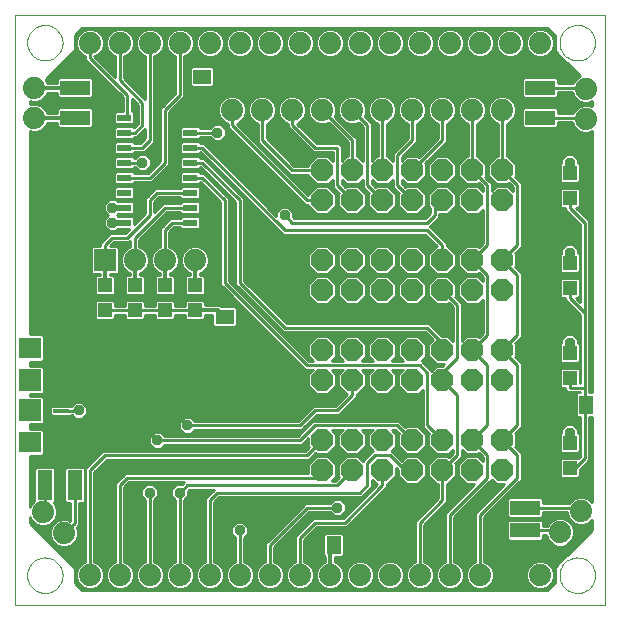
<source format=gtl>
G75*
%MOIN*%
%OFA0B0*%
%FSLAX24Y24*%
%IPPOS*%
%LPD*%
%AMOC8*
5,1,8,0,0,1.08239X$1,22.5*
%
%ADD10C,0.0000*%
%ADD11C,0.0740*%
%ADD12R,0.0472X0.0236*%
%ADD13OC8,0.0740*%
%ADD14R,0.0740X0.0740*%
%ADD15R,0.0472X0.0472*%
%ADD16R,0.0512X0.0630*%
%ADD17R,0.0630X0.0512*%
%ADD18R,0.0500X0.1000*%
%ADD19R,0.1000X0.0500*%
%ADD20R,0.0551X0.0138*%
%ADD21R,0.0748X0.0709*%
%ADD22R,0.0748X0.0748*%
%ADD23R,0.0512X0.0591*%
%ADD24R,0.0591X0.0512*%
%ADD25C,0.0100*%
%ADD26OC8,0.0356*%
%ADD27C,0.0120*%
D10*
X000728Y000100D02*
X000728Y019785D01*
X020413Y019785D01*
X020413Y000100D01*
X000728Y000100D01*
X001137Y001100D02*
X001139Y001148D01*
X001145Y001196D01*
X001155Y001243D01*
X001168Y001289D01*
X001186Y001334D01*
X001206Y001378D01*
X001231Y001420D01*
X001259Y001459D01*
X001289Y001496D01*
X001323Y001530D01*
X001360Y001562D01*
X001398Y001591D01*
X001439Y001616D01*
X001482Y001638D01*
X001527Y001656D01*
X001573Y001670D01*
X001620Y001681D01*
X001668Y001688D01*
X001716Y001691D01*
X001764Y001690D01*
X001812Y001685D01*
X001860Y001676D01*
X001906Y001664D01*
X001951Y001647D01*
X001995Y001627D01*
X002037Y001604D01*
X002077Y001577D01*
X002115Y001547D01*
X002150Y001514D01*
X002182Y001478D01*
X002212Y001440D01*
X002238Y001399D01*
X002260Y001356D01*
X002280Y001312D01*
X002295Y001267D01*
X002307Y001220D01*
X002315Y001172D01*
X002319Y001124D01*
X002319Y001076D01*
X002315Y001028D01*
X002307Y000980D01*
X002295Y000933D01*
X002280Y000888D01*
X002260Y000844D01*
X002238Y000801D01*
X002212Y000760D01*
X002182Y000722D01*
X002150Y000686D01*
X002115Y000653D01*
X002077Y000623D01*
X002037Y000596D01*
X001995Y000573D01*
X001951Y000553D01*
X001906Y000536D01*
X001860Y000524D01*
X001812Y000515D01*
X001764Y000510D01*
X001716Y000509D01*
X001668Y000512D01*
X001620Y000519D01*
X001573Y000530D01*
X001527Y000544D01*
X001482Y000562D01*
X001439Y000584D01*
X001398Y000609D01*
X001360Y000638D01*
X001323Y000670D01*
X001289Y000704D01*
X001259Y000741D01*
X001231Y000780D01*
X001206Y000822D01*
X001186Y000866D01*
X001168Y000911D01*
X001155Y000957D01*
X001145Y001004D01*
X001139Y001052D01*
X001137Y001100D01*
X001137Y018850D02*
X001139Y018898D01*
X001145Y018946D01*
X001155Y018993D01*
X001168Y019039D01*
X001186Y019084D01*
X001206Y019128D01*
X001231Y019170D01*
X001259Y019209D01*
X001289Y019246D01*
X001323Y019280D01*
X001360Y019312D01*
X001398Y019341D01*
X001439Y019366D01*
X001482Y019388D01*
X001527Y019406D01*
X001573Y019420D01*
X001620Y019431D01*
X001668Y019438D01*
X001716Y019441D01*
X001764Y019440D01*
X001812Y019435D01*
X001860Y019426D01*
X001906Y019414D01*
X001951Y019397D01*
X001995Y019377D01*
X002037Y019354D01*
X002077Y019327D01*
X002115Y019297D01*
X002150Y019264D01*
X002182Y019228D01*
X002212Y019190D01*
X002238Y019149D01*
X002260Y019106D01*
X002280Y019062D01*
X002295Y019017D01*
X002307Y018970D01*
X002315Y018922D01*
X002319Y018874D01*
X002319Y018826D01*
X002315Y018778D01*
X002307Y018730D01*
X002295Y018683D01*
X002280Y018638D01*
X002260Y018594D01*
X002238Y018551D01*
X002212Y018510D01*
X002182Y018472D01*
X002150Y018436D01*
X002115Y018403D01*
X002077Y018373D01*
X002037Y018346D01*
X001995Y018323D01*
X001951Y018303D01*
X001906Y018286D01*
X001860Y018274D01*
X001812Y018265D01*
X001764Y018260D01*
X001716Y018259D01*
X001668Y018262D01*
X001620Y018269D01*
X001573Y018280D01*
X001527Y018294D01*
X001482Y018312D01*
X001439Y018334D01*
X001398Y018359D01*
X001360Y018388D01*
X001323Y018420D01*
X001289Y018454D01*
X001259Y018491D01*
X001231Y018530D01*
X001206Y018572D01*
X001186Y018616D01*
X001168Y018661D01*
X001155Y018707D01*
X001145Y018754D01*
X001139Y018802D01*
X001137Y018850D01*
X018887Y018850D02*
X018889Y018898D01*
X018895Y018946D01*
X018905Y018993D01*
X018918Y019039D01*
X018936Y019084D01*
X018956Y019128D01*
X018981Y019170D01*
X019009Y019209D01*
X019039Y019246D01*
X019073Y019280D01*
X019110Y019312D01*
X019148Y019341D01*
X019189Y019366D01*
X019232Y019388D01*
X019277Y019406D01*
X019323Y019420D01*
X019370Y019431D01*
X019418Y019438D01*
X019466Y019441D01*
X019514Y019440D01*
X019562Y019435D01*
X019610Y019426D01*
X019656Y019414D01*
X019701Y019397D01*
X019745Y019377D01*
X019787Y019354D01*
X019827Y019327D01*
X019865Y019297D01*
X019900Y019264D01*
X019932Y019228D01*
X019962Y019190D01*
X019988Y019149D01*
X020010Y019106D01*
X020030Y019062D01*
X020045Y019017D01*
X020057Y018970D01*
X020065Y018922D01*
X020069Y018874D01*
X020069Y018826D01*
X020065Y018778D01*
X020057Y018730D01*
X020045Y018683D01*
X020030Y018638D01*
X020010Y018594D01*
X019988Y018551D01*
X019962Y018510D01*
X019932Y018472D01*
X019900Y018436D01*
X019865Y018403D01*
X019827Y018373D01*
X019787Y018346D01*
X019745Y018323D01*
X019701Y018303D01*
X019656Y018286D01*
X019610Y018274D01*
X019562Y018265D01*
X019514Y018260D01*
X019466Y018259D01*
X019418Y018262D01*
X019370Y018269D01*
X019323Y018280D01*
X019277Y018294D01*
X019232Y018312D01*
X019189Y018334D01*
X019148Y018359D01*
X019110Y018388D01*
X019073Y018420D01*
X019039Y018454D01*
X019009Y018491D01*
X018981Y018530D01*
X018956Y018572D01*
X018936Y018616D01*
X018918Y018661D01*
X018905Y018707D01*
X018895Y018754D01*
X018889Y018802D01*
X018887Y018850D01*
X018887Y001100D02*
X018889Y001148D01*
X018895Y001196D01*
X018905Y001243D01*
X018918Y001289D01*
X018936Y001334D01*
X018956Y001378D01*
X018981Y001420D01*
X019009Y001459D01*
X019039Y001496D01*
X019073Y001530D01*
X019110Y001562D01*
X019148Y001591D01*
X019189Y001616D01*
X019232Y001638D01*
X019277Y001656D01*
X019323Y001670D01*
X019370Y001681D01*
X019418Y001688D01*
X019466Y001691D01*
X019514Y001690D01*
X019562Y001685D01*
X019610Y001676D01*
X019656Y001664D01*
X019701Y001647D01*
X019745Y001627D01*
X019787Y001604D01*
X019827Y001577D01*
X019865Y001547D01*
X019900Y001514D01*
X019932Y001478D01*
X019962Y001440D01*
X019988Y001399D01*
X020010Y001356D01*
X020030Y001312D01*
X020045Y001267D01*
X020057Y001220D01*
X020065Y001172D01*
X020069Y001124D01*
X020069Y001076D01*
X020065Y001028D01*
X020057Y000980D01*
X020045Y000933D01*
X020030Y000888D01*
X020010Y000844D01*
X019988Y000801D01*
X019962Y000760D01*
X019932Y000722D01*
X019900Y000686D01*
X019865Y000653D01*
X019827Y000623D01*
X019787Y000596D01*
X019745Y000573D01*
X019701Y000553D01*
X019656Y000536D01*
X019610Y000524D01*
X019562Y000515D01*
X019514Y000510D01*
X019466Y000509D01*
X019418Y000512D01*
X019370Y000519D01*
X019323Y000530D01*
X019277Y000544D01*
X019232Y000562D01*
X019189Y000584D01*
X019148Y000609D01*
X019110Y000638D01*
X019073Y000670D01*
X019039Y000704D01*
X019009Y000741D01*
X018981Y000780D01*
X018956Y000822D01*
X018936Y000866D01*
X018918Y000911D01*
X018905Y000957D01*
X018895Y001004D01*
X018889Y001052D01*
X018887Y001100D01*
D11*
X018228Y001100D03*
X017228Y001100D03*
X016228Y001100D03*
X015228Y001100D03*
X014228Y001100D03*
X013228Y001100D03*
X012228Y001100D03*
X011228Y001100D03*
X010228Y001100D03*
X009228Y001100D03*
X008228Y001100D03*
X007228Y001100D03*
X006228Y001100D03*
X005228Y001100D03*
X004228Y001100D03*
X003228Y001100D03*
X002374Y002496D03*
X001667Y003204D03*
X004728Y011600D03*
X005728Y011600D03*
X006728Y011600D03*
X007978Y016600D03*
X008978Y016600D03*
X009978Y016600D03*
X010978Y016600D03*
X011978Y016600D03*
X012978Y016600D03*
X013978Y016600D03*
X014978Y016600D03*
X015978Y016600D03*
X016978Y016600D03*
X017228Y018850D03*
X016228Y018850D03*
X015228Y018850D03*
X014228Y018850D03*
X013228Y018850D03*
X012228Y018850D03*
X011228Y018850D03*
X010228Y018850D03*
X009228Y018850D03*
X008228Y018850D03*
X007228Y018850D03*
X006228Y018850D03*
X005228Y018850D03*
X004228Y018850D03*
X003228Y018850D03*
X001374Y017350D03*
X001374Y016350D03*
X018228Y018850D03*
X019758Y017320D03*
X019758Y016320D03*
X019611Y003234D03*
X018904Y002527D03*
D12*
X006580Y012850D03*
X006580Y013350D03*
X006580Y013850D03*
X006580Y014350D03*
X006580Y014850D03*
X006580Y015350D03*
X006580Y015850D03*
X006580Y016350D03*
X004375Y016350D03*
X004375Y015850D03*
X004375Y015350D03*
X004375Y014850D03*
X004375Y014350D03*
X004375Y013850D03*
X004375Y013350D03*
X004375Y012850D03*
D13*
X010978Y013600D03*
X011978Y013600D03*
X012978Y013600D03*
X013978Y013600D03*
X014978Y013600D03*
X015978Y013600D03*
X016978Y013600D03*
X017978Y013600D03*
X017978Y014600D03*
X016978Y014600D03*
X015978Y014600D03*
X014978Y014600D03*
X013978Y014600D03*
X012978Y014600D03*
X011978Y014600D03*
X010978Y014600D03*
X010978Y011600D03*
X011978Y011600D03*
X012978Y011600D03*
X013978Y011600D03*
X014978Y011600D03*
X015978Y011600D03*
X016978Y011600D03*
X017978Y011600D03*
X017978Y010600D03*
X016978Y010600D03*
X015978Y010600D03*
X014978Y010600D03*
X013978Y010600D03*
X012978Y010600D03*
X011978Y010600D03*
X010978Y010600D03*
X010978Y008600D03*
X011978Y008600D03*
X012978Y008600D03*
X013978Y008600D03*
X014978Y008600D03*
X015978Y008600D03*
X016978Y008600D03*
X017978Y008600D03*
X017978Y007600D03*
X016978Y007600D03*
X015978Y007600D03*
X014978Y007600D03*
X013978Y007600D03*
X012978Y007600D03*
X011978Y007600D03*
X010978Y007600D03*
X010978Y005600D03*
X011978Y005600D03*
X012978Y005600D03*
X013978Y005600D03*
X014978Y005600D03*
X015978Y005600D03*
X016978Y005600D03*
X017978Y005600D03*
X017978Y004600D03*
X016978Y004600D03*
X015978Y004600D03*
X014978Y004600D03*
X013978Y004600D03*
X012978Y004600D03*
X011978Y004600D03*
X010978Y004600D03*
D14*
X003728Y011600D03*
D15*
X003728Y010763D03*
X003728Y009937D03*
X004728Y009937D03*
X005728Y009937D03*
X005728Y010763D03*
X004728Y010763D03*
X006728Y010763D03*
X006728Y009937D03*
X019228Y010687D03*
X019228Y011513D03*
X019228Y013687D03*
X019228Y014513D03*
X019228Y008513D03*
X019228Y007687D03*
X019228Y005513D03*
X019228Y004687D03*
D16*
X019030Y006777D03*
X019778Y006777D03*
D17*
X007728Y008976D03*
X007728Y009724D03*
D18*
X002728Y004100D03*
X001728Y004100D03*
D19*
X002728Y016350D03*
X002728Y017350D03*
X017728Y003350D03*
X017728Y002600D03*
X018228Y016350D03*
X018228Y017350D03*
D20*
X002271Y007612D03*
X002271Y006588D03*
D21*
X001228Y005525D03*
X001228Y008675D03*
D22*
X001228Y007600D03*
X001228Y006600D03*
D23*
X011354Y002100D03*
X012102Y002100D03*
D24*
X006978Y016976D03*
X006978Y017724D03*
D25*
X007373Y017732D02*
X019524Y017732D01*
X019492Y017718D02*
X019359Y017586D01*
X019324Y017500D01*
X018828Y017500D01*
X018828Y017641D01*
X018769Y017700D01*
X017686Y017700D01*
X017628Y017641D01*
X017628Y017059D01*
X017686Y017000D01*
X018769Y017000D01*
X018828Y017059D01*
X018828Y017200D01*
X019299Y017200D01*
X019359Y017053D01*
X019492Y016921D01*
X019664Y016850D01*
X019851Y016850D01*
X019978Y016902D01*
X019978Y016737D01*
X019851Y016790D01*
X019664Y016790D01*
X019492Y016718D01*
X019359Y016586D01*
X019324Y016500D01*
X018828Y016500D01*
X018828Y016641D01*
X018769Y016700D01*
X017686Y016700D01*
X017628Y016641D01*
X017628Y016059D01*
X017686Y016000D01*
X018769Y016000D01*
X018828Y016059D01*
X018828Y016200D01*
X019299Y016200D01*
X019359Y016053D01*
X019492Y015921D01*
X019664Y015850D01*
X019851Y015850D01*
X019978Y015902D01*
X019978Y007192D01*
X019878Y007192D01*
X019878Y012912D01*
X019790Y013000D01*
X019439Y013350D01*
X019505Y013350D01*
X019564Y013409D01*
X019564Y013964D01*
X019505Y014023D01*
X018950Y014023D01*
X018891Y013964D01*
X018891Y013409D01*
X018950Y013350D01*
X019078Y013350D01*
X019078Y013288D01*
X019578Y012788D01*
X019578Y010212D01*
X019439Y010350D01*
X019505Y010350D01*
X019564Y010409D01*
X019564Y010964D01*
X019505Y011023D01*
X018950Y011023D01*
X018891Y010964D01*
X018891Y010409D01*
X018950Y010350D01*
X019078Y010350D01*
X019078Y010288D01*
X019578Y009788D01*
X019578Y007500D01*
X019564Y007500D01*
X019564Y007964D01*
X019505Y008023D01*
X018950Y008023D01*
X018891Y007964D01*
X018891Y007409D01*
X018950Y007350D01*
X019078Y007350D01*
X019078Y007288D01*
X019165Y007200D01*
X019578Y007200D01*
X019578Y007192D01*
X017628Y007192D01*
X017628Y007094D02*
X019422Y007094D01*
X019422Y007133D02*
X019422Y006420D01*
X019481Y006362D01*
X019578Y006362D01*
X019578Y005059D01*
X019523Y005005D01*
X019505Y005023D01*
X018950Y005023D01*
X018891Y004964D01*
X018891Y004409D01*
X018950Y004350D01*
X019161Y004350D01*
X019165Y004346D01*
X019290Y004346D01*
X019294Y004350D01*
X019505Y004350D01*
X019564Y004409D01*
X019564Y004621D01*
X019878Y004934D01*
X019878Y006362D01*
X019978Y006362D01*
X019978Y003532D01*
X019878Y003632D01*
X019705Y003704D01*
X019518Y003704D01*
X019345Y003632D01*
X019213Y003500D01*
X018328Y003500D01*
X018328Y003641D01*
X018269Y003700D01*
X017186Y003700D01*
X017128Y003641D01*
X017128Y003059D01*
X017186Y003000D01*
X018269Y003000D01*
X018328Y003059D01*
X018328Y003200D01*
X019141Y003200D01*
X019141Y003140D01*
X019213Y002968D01*
X019345Y002835D01*
X019518Y002764D01*
X019705Y002764D01*
X019878Y002835D01*
X019978Y002935D01*
X019978Y002600D01*
X019139Y001761D01*
X019058Y001728D01*
X018850Y001519D01*
X018816Y001439D01*
X018728Y001350D01*
X018728Y000850D01*
X018478Y000600D01*
X002978Y000600D01*
X002728Y000850D01*
X002728Y001350D01*
X001228Y002850D01*
X001228Y003036D01*
X001268Y002937D01*
X001401Y002805D01*
X001573Y002734D01*
X001760Y002734D01*
X001933Y002805D01*
X002065Y002937D01*
X002137Y003110D01*
X002137Y003297D01*
X002065Y003470D01*
X002027Y003508D01*
X002078Y003559D01*
X002078Y004641D01*
X002019Y004700D01*
X001436Y004700D01*
X001378Y004641D01*
X001378Y003579D01*
X001268Y003470D01*
X001228Y003371D01*
X001228Y005071D01*
X001643Y005071D01*
X001702Y005129D01*
X001702Y005921D01*
X001643Y005980D01*
X001228Y005980D01*
X001228Y006126D01*
X001643Y006126D01*
X001702Y006185D01*
X001702Y007015D01*
X001643Y007074D01*
X001228Y007074D01*
X001228Y007126D01*
X001643Y007126D01*
X001702Y007185D01*
X001702Y008015D01*
X001643Y008074D01*
X001228Y008074D01*
X001228Y008220D01*
X001643Y008220D01*
X001702Y008279D01*
X001702Y009071D01*
X001643Y009129D01*
X001228Y009129D01*
X001228Y015902D01*
X001281Y015880D01*
X001467Y015880D01*
X001640Y015952D01*
X001772Y016084D01*
X001816Y016190D01*
X002128Y016190D01*
X002128Y016059D01*
X002186Y016000D01*
X003269Y016000D01*
X003328Y016059D01*
X003328Y016641D01*
X003269Y016700D01*
X002186Y016700D01*
X002128Y016641D01*
X002128Y016510D01*
X001816Y016510D01*
X001772Y016616D01*
X001640Y016748D01*
X001467Y016820D01*
X001281Y016820D01*
X001228Y016798D01*
X001228Y016902D01*
X001281Y016880D01*
X001467Y016880D01*
X001640Y016952D01*
X001772Y017084D01*
X001816Y017190D01*
X002128Y017190D01*
X002128Y017059D01*
X002186Y017000D01*
X003269Y017000D01*
X003328Y017059D01*
X003328Y017641D01*
X003269Y017700D01*
X002186Y017700D01*
X002128Y017641D01*
X002128Y017510D01*
X001816Y017510D01*
X001772Y017616D01*
X001758Y017631D01*
X002728Y018600D01*
X002728Y019100D01*
X002978Y019350D01*
X018478Y019350D01*
X018728Y019100D01*
X018728Y018600D01*
X018816Y018511D01*
X018850Y018431D01*
X019058Y018222D01*
X019139Y018189D01*
X019575Y017753D01*
X019492Y017718D01*
X019498Y017830D02*
X007373Y017830D01*
X007373Y017929D02*
X019399Y017929D01*
X019301Y018027D02*
X007367Y018027D01*
X007373Y018021D02*
X007314Y018080D01*
X006641Y018080D01*
X006582Y018021D01*
X006582Y017427D01*
X006641Y017368D01*
X007314Y017368D01*
X007373Y017427D01*
X007373Y018021D01*
X007321Y018380D02*
X007134Y018380D01*
X006961Y018452D01*
X006829Y018584D01*
X006758Y018757D01*
X006758Y018943D01*
X006829Y019116D01*
X006961Y019248D01*
X007134Y019320D01*
X007321Y019320D01*
X007494Y019248D01*
X007626Y019116D01*
X007698Y018943D01*
X007698Y018757D01*
X007626Y018584D01*
X007494Y018452D01*
X007321Y018380D01*
X007420Y018421D02*
X008035Y018421D01*
X007961Y018452D02*
X008134Y018380D01*
X008321Y018380D01*
X008494Y018452D01*
X008626Y018584D01*
X008698Y018757D01*
X008698Y018943D01*
X008626Y019116D01*
X008494Y019248D01*
X008321Y019320D01*
X008134Y019320D01*
X007961Y019248D01*
X007829Y019116D01*
X007758Y018943D01*
X007758Y018757D01*
X007829Y018584D01*
X007961Y018452D01*
X007893Y018520D02*
X007562Y018520D01*
X007640Y018618D02*
X007815Y018618D01*
X007774Y018717D02*
X007681Y018717D01*
X007698Y018815D02*
X007758Y018815D01*
X007758Y018914D02*
X007698Y018914D01*
X007669Y019012D02*
X007786Y019012D01*
X007827Y019111D02*
X007628Y019111D01*
X007533Y019209D02*
X007922Y019209D01*
X008104Y019308D02*
X007351Y019308D01*
X007104Y019308D02*
X006351Y019308D01*
X006321Y019320D02*
X006134Y019320D01*
X005961Y019248D01*
X005829Y019116D01*
X005758Y018943D01*
X005758Y018757D01*
X005829Y018584D01*
X005961Y018452D01*
X006078Y018403D01*
X006078Y017162D01*
X005665Y016750D01*
X005578Y016662D01*
X005578Y014912D01*
X005165Y014500D01*
X004711Y014500D01*
X004711Y014510D01*
X004653Y014568D01*
X004098Y014568D01*
X004039Y014510D01*
X004039Y014190D01*
X004098Y014132D01*
X004653Y014132D01*
X004711Y014190D01*
X004711Y014200D01*
X005290Y014200D01*
X005878Y014788D01*
X005878Y016538D01*
X006378Y017038D01*
X006378Y018403D01*
X006494Y018452D01*
X006626Y018584D01*
X006698Y018757D01*
X006698Y018943D01*
X006626Y019116D01*
X006494Y019248D01*
X006321Y019320D01*
X006104Y019308D02*
X005351Y019308D01*
X005321Y019320D02*
X005494Y019248D01*
X005626Y019116D01*
X005698Y018943D01*
X005698Y018757D01*
X005626Y018584D01*
X005494Y018452D01*
X005378Y018403D01*
X005378Y015538D01*
X005128Y015288D01*
X005040Y015200D01*
X004711Y015200D01*
X004711Y015190D01*
X004653Y015132D01*
X004098Y015132D01*
X004039Y015190D01*
X004039Y015510D01*
X004098Y015568D01*
X004653Y015568D01*
X004711Y015510D01*
X004711Y015500D01*
X004915Y015500D01*
X005078Y015662D01*
X005078Y015988D01*
X004878Y015788D01*
X004790Y015700D01*
X004711Y015700D01*
X004711Y015690D01*
X004653Y015632D01*
X004098Y015632D01*
X004039Y015690D01*
X004039Y016010D01*
X004098Y016068D01*
X004653Y016068D01*
X004693Y016028D01*
X004828Y016162D01*
X004828Y016788D01*
X004628Y016988D01*
X004628Y016568D01*
X004653Y016568D01*
X004711Y016510D01*
X004711Y016190D01*
X004653Y016132D01*
X004098Y016132D01*
X004039Y016190D01*
X004039Y016510D01*
X004098Y016568D01*
X004328Y016568D01*
X004328Y017038D01*
X003078Y018288D01*
X003078Y018403D01*
X002961Y018452D01*
X002829Y018584D01*
X002758Y018757D01*
X002758Y018943D01*
X002829Y019116D01*
X002961Y019248D01*
X003134Y019320D01*
X003321Y019320D01*
X003494Y019248D01*
X003626Y019116D01*
X003698Y018943D01*
X003698Y018757D01*
X003626Y018584D01*
X003494Y018452D01*
X003384Y018406D01*
X004078Y017712D01*
X004078Y018403D01*
X003961Y018452D01*
X003829Y018584D01*
X003758Y018757D01*
X003758Y018943D01*
X003829Y019116D01*
X003961Y019248D01*
X004134Y019320D01*
X004321Y019320D01*
X004494Y019248D01*
X004626Y019116D01*
X004698Y018943D01*
X004698Y018757D01*
X004626Y018584D01*
X004494Y018452D01*
X004378Y018403D01*
X004378Y017662D01*
X005040Y017000D01*
X005078Y016962D01*
X005078Y018403D01*
X004961Y018452D01*
X004829Y018584D01*
X004758Y018757D01*
X004758Y018943D01*
X004829Y019116D01*
X004961Y019248D01*
X005134Y019320D01*
X005321Y019320D01*
X005104Y019308D02*
X004351Y019308D01*
X004533Y019209D02*
X004922Y019209D01*
X004827Y019111D02*
X004628Y019111D01*
X004669Y019012D02*
X004786Y019012D01*
X004758Y018914D02*
X004698Y018914D01*
X004698Y018815D02*
X004758Y018815D01*
X004774Y018717D02*
X004681Y018717D01*
X004640Y018618D02*
X004815Y018618D01*
X004893Y018520D02*
X004562Y018520D01*
X004420Y018421D02*
X005035Y018421D01*
X005078Y018323D02*
X004378Y018323D01*
X004378Y018224D02*
X005078Y018224D01*
X005078Y018126D02*
X004378Y018126D01*
X004378Y018027D02*
X005078Y018027D01*
X005078Y017929D02*
X004378Y017929D01*
X004378Y017830D02*
X005078Y017830D01*
X005078Y017732D02*
X004378Y017732D01*
X004407Y017633D02*
X005078Y017633D01*
X005078Y017535D02*
X004505Y017535D01*
X004604Y017436D02*
X005078Y017436D01*
X005078Y017338D02*
X004702Y017338D01*
X004801Y017239D02*
X005078Y017239D01*
X005078Y017141D02*
X004899Y017141D01*
X004998Y017042D02*
X005078Y017042D01*
X004978Y016850D02*
X004978Y016100D01*
X004728Y015850D01*
X004375Y015850D01*
X004664Y016057D02*
X004722Y016057D01*
X004676Y016156D02*
X004821Y016156D01*
X004828Y016254D02*
X004711Y016254D01*
X004711Y016353D02*
X004828Y016353D01*
X004828Y016451D02*
X004711Y016451D01*
X004671Y016550D02*
X004828Y016550D01*
X004828Y016648D02*
X004628Y016648D01*
X004628Y016747D02*
X004828Y016747D01*
X004770Y016845D02*
X004628Y016845D01*
X004628Y016944D02*
X004672Y016944D01*
X004478Y017100D02*
X004478Y016452D01*
X004375Y016350D01*
X004328Y016648D02*
X003321Y016648D01*
X003328Y016550D02*
X004079Y016550D01*
X004039Y016451D02*
X003328Y016451D01*
X003328Y016353D02*
X004039Y016353D01*
X004039Y016254D02*
X003328Y016254D01*
X003328Y016156D02*
X004074Y016156D01*
X004086Y016057D02*
X003326Y016057D01*
X004039Y015959D02*
X001647Y015959D01*
X001746Y016057D02*
X002129Y016057D01*
X002128Y016156D02*
X001802Y016156D01*
X001800Y016550D02*
X002128Y016550D01*
X002134Y016648D02*
X001741Y016648D01*
X001642Y016747D02*
X004328Y016747D01*
X004328Y016845D02*
X001228Y016845D01*
X001621Y016944D02*
X004328Y016944D01*
X004323Y017042D02*
X003311Y017042D01*
X003328Y017141D02*
X004225Y017141D01*
X004126Y017239D02*
X003328Y017239D01*
X003328Y017338D02*
X004028Y017338D01*
X003929Y017436D02*
X003328Y017436D01*
X003328Y017535D02*
X003831Y017535D01*
X003732Y017633D02*
X003328Y017633D01*
X003535Y017830D02*
X001958Y017830D01*
X002056Y017929D02*
X003437Y017929D01*
X003338Y018027D02*
X002155Y018027D01*
X002253Y018126D02*
X003240Y018126D01*
X003141Y018224D02*
X002352Y018224D01*
X002450Y018323D02*
X003078Y018323D01*
X003035Y018421D02*
X002549Y018421D01*
X002647Y018520D02*
X002893Y018520D01*
X002815Y018618D02*
X002728Y018618D01*
X002728Y018717D02*
X002774Y018717D01*
X002758Y018815D02*
X002728Y018815D01*
X002728Y018914D02*
X002758Y018914D01*
X002786Y019012D02*
X002728Y019012D01*
X002738Y019111D02*
X002827Y019111D01*
X002837Y019209D02*
X002922Y019209D01*
X002935Y019308D02*
X003104Y019308D01*
X003351Y019308D02*
X004104Y019308D01*
X003922Y019209D02*
X003533Y019209D01*
X003628Y019111D02*
X003827Y019111D01*
X003786Y019012D02*
X003669Y019012D01*
X003698Y018914D02*
X003758Y018914D01*
X003758Y018815D02*
X003698Y018815D01*
X003681Y018717D02*
X003774Y018717D01*
X003815Y018618D02*
X003640Y018618D01*
X003562Y018520D02*
X003893Y018520D01*
X004035Y018421D02*
X003420Y018421D01*
X003467Y018323D02*
X004078Y018323D01*
X004078Y018224D02*
X003566Y018224D01*
X003664Y018126D02*
X004078Y018126D01*
X004078Y018027D02*
X003763Y018027D01*
X003861Y017929D02*
X004078Y017929D01*
X004078Y017830D02*
X003960Y017830D01*
X004058Y017732D02*
X004078Y017732D01*
X004228Y017600D02*
X004978Y016850D01*
X005378Y016845D02*
X005760Y016845D01*
X005662Y016747D02*
X005378Y016747D01*
X005378Y016648D02*
X005578Y016648D01*
X005578Y016550D02*
X005378Y016550D01*
X005378Y016451D02*
X005578Y016451D01*
X005578Y016353D02*
X005378Y016353D01*
X005378Y016254D02*
X005578Y016254D01*
X005578Y016156D02*
X005378Y016156D01*
X005378Y016057D02*
X005578Y016057D01*
X005578Y015959D02*
X005378Y015959D01*
X005378Y015860D02*
X005578Y015860D01*
X005578Y015762D02*
X005378Y015762D01*
X005378Y015663D02*
X005578Y015663D01*
X005578Y015565D02*
X005378Y015565D01*
X005306Y015466D02*
X005578Y015466D01*
X005578Y015368D02*
X005207Y015368D01*
X005109Y015269D02*
X005578Y015269D01*
X005578Y015171D02*
X004691Y015171D01*
X004653Y015068D02*
X004098Y015068D01*
X004039Y015010D01*
X004039Y014690D01*
X004098Y014632D01*
X004653Y014632D01*
X004711Y014690D01*
X004711Y014700D01*
X004734Y014700D01*
X004862Y014572D01*
X005093Y014572D01*
X005256Y014735D01*
X005256Y014965D01*
X005093Y015128D01*
X004862Y015128D01*
X004734Y015000D01*
X004711Y015000D01*
X004711Y015010D01*
X004653Y015068D01*
X004806Y015072D02*
X001228Y015072D01*
X001228Y014974D02*
X004039Y014974D01*
X004039Y014875D02*
X001228Y014875D01*
X001228Y014777D02*
X004039Y014777D01*
X004051Y014678D02*
X001228Y014678D01*
X001228Y014580D02*
X004855Y014580D01*
X004756Y014678D02*
X004699Y014678D01*
X004978Y014850D02*
X004375Y014850D01*
X004059Y015171D02*
X001228Y015171D01*
X001228Y015269D02*
X004039Y015269D01*
X004039Y015368D02*
X001228Y015368D01*
X001228Y015466D02*
X004039Y015466D01*
X004094Y015565D02*
X001228Y015565D01*
X001228Y015663D02*
X004066Y015663D01*
X004039Y015762D02*
X001228Y015762D01*
X001228Y015860D02*
X004039Y015860D01*
X004375Y015350D02*
X004978Y015350D01*
X005228Y015600D01*
X005228Y018850D01*
X005562Y018520D02*
X005893Y018520D01*
X005815Y018618D02*
X005640Y018618D01*
X005681Y018717D02*
X005774Y018717D01*
X005758Y018815D02*
X005698Y018815D01*
X005698Y018914D02*
X005758Y018914D01*
X005786Y019012D02*
X005669Y019012D01*
X005628Y019111D02*
X005827Y019111D01*
X005922Y019209D02*
X005533Y019209D01*
X006228Y018850D02*
X006228Y017100D01*
X005728Y016600D01*
X005728Y014850D01*
X005228Y014350D01*
X004375Y014350D01*
X004706Y014186D02*
X006249Y014186D01*
X006244Y014190D02*
X006302Y014132D01*
X006858Y014132D01*
X006916Y014190D01*
X006916Y014199D01*
X007578Y013538D01*
X007578Y010788D01*
X007665Y010700D01*
X010415Y007950D01*
X010663Y007950D01*
X010508Y007795D01*
X010508Y007405D01*
X010783Y007130D01*
X011172Y007130D01*
X011448Y007405D01*
X011448Y007795D01*
X011292Y007950D01*
X011663Y007950D01*
X011508Y007795D01*
X011508Y007405D01*
X011783Y007130D01*
X011795Y007130D01*
X011415Y006750D01*
X010665Y006750D01*
X010165Y006250D01*
X006721Y006250D01*
X006593Y006378D01*
X006362Y006378D01*
X006199Y006215D01*
X006199Y005985D01*
X006362Y005822D01*
X006593Y005822D01*
X006721Y005950D01*
X010290Y005950D01*
X010378Y006038D01*
X010790Y006450D01*
X011540Y006450D01*
X012040Y006950D01*
X012128Y007038D01*
X012128Y007130D01*
X012172Y007130D01*
X012448Y007405D01*
X012448Y007795D01*
X012292Y007950D01*
X012663Y007950D01*
X012508Y007795D01*
X012508Y007405D01*
X012783Y007130D01*
X013172Y007130D01*
X013448Y007405D01*
X013448Y007795D01*
X013292Y007950D01*
X013663Y007950D01*
X013508Y007795D01*
X013508Y007405D01*
X013783Y007130D01*
X014172Y007130D01*
X014328Y007285D01*
X014328Y006038D01*
X014415Y005950D01*
X014539Y005826D01*
X014508Y005795D01*
X014508Y005405D01*
X014783Y005130D01*
X015172Y005130D01*
X015328Y005285D01*
X015328Y005162D01*
X015204Y005038D01*
X015172Y005070D01*
X014783Y005070D01*
X014508Y004795D01*
X014508Y004405D01*
X014783Y004130D01*
X014828Y004130D01*
X014828Y003662D01*
X014078Y002912D01*
X014078Y001547D01*
X013961Y001498D01*
X013829Y001366D01*
X013758Y001193D01*
X013758Y001007D01*
X013829Y000834D01*
X013961Y000702D01*
X014134Y000630D01*
X014321Y000630D01*
X014494Y000702D01*
X014626Y000834D01*
X014698Y001007D01*
X014698Y001193D01*
X014626Y001366D01*
X014494Y001498D01*
X014378Y001547D01*
X014378Y002788D01*
X015040Y003450D01*
X015128Y003538D01*
X015128Y004130D01*
X015172Y004130D01*
X015448Y004405D01*
X015448Y004795D01*
X015416Y004826D01*
X015540Y004950D01*
X015628Y005038D01*
X015628Y005285D01*
X015783Y005130D01*
X016172Y005130D01*
X016204Y005162D01*
X016328Y005038D01*
X016328Y004915D01*
X016172Y005070D01*
X015783Y005070D01*
X015508Y004795D01*
X015508Y004405D01*
X015783Y004130D01*
X016045Y004130D01*
X015078Y003162D01*
X015078Y001547D01*
X014961Y001498D01*
X014829Y001366D01*
X014758Y001193D01*
X014758Y001007D01*
X014829Y000834D01*
X014961Y000702D01*
X015134Y000630D01*
X015321Y000630D01*
X015494Y000702D01*
X015626Y000834D01*
X015698Y001007D01*
X015698Y001193D01*
X015626Y001366D01*
X015494Y001498D01*
X015378Y001547D01*
X015378Y003038D01*
X016540Y004200D01*
X016626Y004287D01*
X016783Y004130D01*
X017045Y004130D01*
X016078Y003162D01*
X016078Y001547D01*
X015961Y001498D01*
X015829Y001366D01*
X015758Y001193D01*
X015758Y001007D01*
X015829Y000834D01*
X015961Y000702D01*
X016134Y000630D01*
X016321Y000630D01*
X016494Y000702D01*
X016626Y000834D01*
X016698Y001007D01*
X016698Y001193D01*
X016626Y001366D01*
X016494Y001498D01*
X016378Y001547D01*
X016378Y003038D01*
X017540Y004200D01*
X017628Y004288D01*
X017628Y005162D01*
X017416Y005374D01*
X017448Y005405D01*
X017448Y005795D01*
X017416Y005826D01*
X017540Y005950D01*
X017628Y006038D01*
X017628Y008162D01*
X017416Y008374D01*
X018891Y008374D01*
X018891Y008276D02*
X017514Y008276D01*
X017416Y008374D02*
X017448Y008405D01*
X017448Y008795D01*
X017416Y008826D01*
X017540Y008950D01*
X017628Y009038D01*
X017628Y011162D01*
X017416Y011374D01*
X017448Y011405D01*
X017448Y011795D01*
X017416Y011826D01*
X017540Y011950D01*
X017628Y012038D01*
X017628Y014162D01*
X017416Y014374D01*
X017448Y014405D01*
X017448Y014795D01*
X017172Y015070D01*
X017128Y015070D01*
X017128Y016153D01*
X017244Y016202D01*
X017376Y016334D01*
X017448Y016507D01*
X017448Y016693D01*
X017376Y016866D01*
X017244Y016998D01*
X017071Y017070D01*
X016884Y017070D01*
X016711Y016998D01*
X016579Y016866D01*
X016508Y016693D01*
X016508Y016507D01*
X016579Y016334D01*
X016711Y016202D01*
X016828Y016153D01*
X016828Y015070D01*
X016783Y015070D01*
X016508Y014795D01*
X016508Y014405D01*
X016783Y014130D01*
X017172Y014130D01*
X017204Y014162D01*
X017328Y014038D01*
X017328Y013915D01*
X017172Y014070D01*
X016783Y014070D01*
X016628Y013915D01*
X016628Y014162D01*
X016540Y014250D01*
X016540Y014250D01*
X016416Y014374D01*
X016448Y014405D01*
X016448Y014795D01*
X016172Y015070D01*
X016128Y015070D01*
X016128Y016153D01*
X016244Y016202D01*
X016376Y016334D01*
X016448Y016507D01*
X016448Y016693D01*
X016376Y016866D01*
X016244Y016998D01*
X016071Y017070D01*
X015884Y017070D01*
X015711Y016998D01*
X015579Y016866D01*
X015508Y016693D01*
X015508Y016507D01*
X015579Y016334D01*
X015711Y016202D01*
X015828Y016153D01*
X015828Y015070D01*
X015783Y015070D01*
X015508Y014795D01*
X015508Y014405D01*
X015783Y014130D01*
X016172Y014130D01*
X016204Y014162D01*
X016328Y014038D01*
X016328Y013915D01*
X016172Y014070D01*
X015783Y014070D01*
X015508Y013795D01*
X015508Y013405D01*
X015783Y013130D01*
X016172Y013130D01*
X016328Y013285D01*
X016328Y012162D01*
X016204Y012038D01*
X016172Y012070D01*
X015783Y012070D01*
X015508Y011795D01*
X015508Y011405D01*
X015783Y011130D01*
X016172Y011130D01*
X016204Y011162D01*
X016328Y011038D01*
X016328Y010915D01*
X016172Y011070D01*
X015783Y011070D01*
X015508Y010795D01*
X015508Y010405D01*
X015783Y010130D01*
X016172Y010130D01*
X016328Y010285D01*
X016328Y009162D01*
X016204Y009038D01*
X016172Y009070D01*
X015783Y009070D01*
X015628Y008915D01*
X015628Y010162D01*
X015416Y010374D01*
X015448Y010405D01*
X015448Y010795D01*
X015172Y011070D01*
X014783Y011070D01*
X014508Y010795D01*
X014508Y010405D01*
X014783Y010130D01*
X015172Y010130D01*
X015204Y010162D01*
X015328Y010038D01*
X015328Y008915D01*
X015172Y009070D01*
X014970Y009070D01*
X014628Y009412D01*
X014540Y009500D01*
X009790Y009500D01*
X008378Y010912D01*
X008378Y013662D01*
X007128Y014912D01*
X007040Y015000D01*
X006916Y015000D01*
X006916Y015010D01*
X006858Y015068D01*
X006302Y015068D01*
X006244Y015010D01*
X006244Y014690D01*
X006302Y014632D01*
X006858Y014632D01*
X006916Y014690D01*
X006916Y014699D01*
X008078Y013538D01*
X008078Y010788D01*
X008165Y010700D01*
X009665Y009200D01*
X014415Y009200D01*
X014664Y008951D01*
X014508Y008795D01*
X014508Y008405D01*
X014783Y008130D01*
X015045Y008130D01*
X014985Y008070D01*
X014783Y008070D01*
X014626Y007913D01*
X014378Y008162D01*
X014291Y008249D01*
X014448Y008405D01*
X014448Y008795D01*
X014172Y009070D01*
X013783Y009070D01*
X013508Y008795D01*
X013508Y008405D01*
X013663Y008250D01*
X013292Y008250D01*
X013448Y008405D01*
X013448Y008795D01*
X013172Y009070D01*
X012783Y009070D01*
X012508Y008795D01*
X012508Y008405D01*
X012663Y008250D01*
X012292Y008250D01*
X012448Y008405D01*
X012448Y008795D01*
X012172Y009070D01*
X011783Y009070D01*
X011508Y008795D01*
X011508Y008405D01*
X011663Y008250D01*
X011292Y008250D01*
X011448Y008405D01*
X011448Y008795D01*
X011172Y009070D01*
X010783Y009070D01*
X010508Y008795D01*
X010508Y008405D01*
X010663Y008250D01*
X010540Y008250D01*
X007878Y010912D01*
X007878Y013662D01*
X007128Y014412D01*
X007040Y014500D01*
X006916Y014500D01*
X006916Y014510D01*
X006858Y014568D01*
X006302Y014568D01*
X006244Y014510D01*
X006244Y014190D01*
X006244Y014284D02*
X005374Y014284D01*
X005472Y014383D02*
X006244Y014383D01*
X006244Y014481D02*
X005571Y014481D01*
X005669Y014580D02*
X007036Y014580D01*
X007059Y014481D02*
X007134Y014481D01*
X007157Y014383D02*
X007233Y014383D01*
X007256Y014284D02*
X007331Y014284D01*
X007354Y014186D02*
X007430Y014186D01*
X007453Y014087D02*
X007528Y014087D01*
X007551Y013989D02*
X007627Y013989D01*
X007650Y013890D02*
X007725Y013890D01*
X007748Y013792D02*
X007824Y013792D01*
X007847Y013693D02*
X007922Y013693D01*
X007878Y013595D02*
X008021Y013595D01*
X008078Y013496D02*
X007878Y013496D01*
X007878Y013398D02*
X008078Y013398D01*
X008078Y013299D02*
X007878Y013299D01*
X007878Y013201D02*
X008078Y013201D01*
X008078Y013102D02*
X007878Y013102D01*
X007878Y013004D02*
X008078Y013004D01*
X008078Y012905D02*
X007878Y012905D01*
X007878Y012807D02*
X008078Y012807D01*
X008078Y012708D02*
X007878Y012708D01*
X007878Y012610D02*
X008078Y012610D01*
X008078Y012511D02*
X007878Y012511D01*
X007878Y012413D02*
X008078Y012413D01*
X008078Y012314D02*
X007878Y012314D01*
X007878Y012216D02*
X008078Y012216D01*
X008078Y012117D02*
X007878Y012117D01*
X007878Y012019D02*
X008078Y012019D01*
X008078Y011920D02*
X007878Y011920D01*
X007878Y011822D02*
X008078Y011822D01*
X008078Y011723D02*
X007878Y011723D01*
X007878Y011625D02*
X008078Y011625D01*
X008078Y011526D02*
X007878Y011526D01*
X007878Y011428D02*
X008078Y011428D01*
X008078Y011329D02*
X007878Y011329D01*
X007878Y011231D02*
X008078Y011231D01*
X008078Y011132D02*
X007878Y011132D01*
X007878Y011034D02*
X008078Y011034D01*
X008078Y010935D02*
X007878Y010935D01*
X007953Y010837D02*
X008078Y010837D01*
X008052Y010738D02*
X008127Y010738D01*
X008150Y010640D02*
X008226Y010640D01*
X008249Y010541D02*
X008324Y010541D01*
X008347Y010443D02*
X008423Y010443D01*
X008446Y010344D02*
X008521Y010344D01*
X008544Y010246D02*
X008620Y010246D01*
X008643Y010147D02*
X008718Y010147D01*
X008741Y010049D02*
X008817Y010049D01*
X008840Y009950D02*
X008915Y009950D01*
X008938Y009852D02*
X009014Y009852D01*
X009037Y009753D02*
X009112Y009753D01*
X009135Y009655D02*
X009211Y009655D01*
X009234Y009556D02*
X009309Y009556D01*
X009332Y009458D02*
X009408Y009458D01*
X009431Y009359D02*
X009506Y009359D01*
X009529Y009261D02*
X009605Y009261D01*
X009628Y009162D02*
X014453Y009162D01*
X014552Y009064D02*
X014179Y009064D01*
X014277Y008965D02*
X014650Y008965D01*
X014579Y008867D02*
X014376Y008867D01*
X014448Y008768D02*
X014508Y008768D01*
X014508Y008670D02*
X014448Y008670D01*
X014448Y008571D02*
X014508Y008571D01*
X014508Y008473D02*
X014448Y008473D01*
X014416Y008374D02*
X014539Y008374D01*
X014637Y008276D02*
X014318Y008276D01*
X014363Y008177D02*
X014736Y008177D01*
X014693Y007980D02*
X014560Y007980D01*
X014461Y008079D02*
X014994Y008079D01*
X014978Y007850D02*
X015478Y008350D01*
X015478Y010100D01*
X014978Y010600D01*
X015307Y010935D02*
X015648Y010935D01*
X015746Y011034D02*
X015209Y011034D01*
X015172Y011130D02*
X015448Y011405D01*
X015448Y011795D01*
X015172Y012070D01*
X015128Y012070D01*
X015128Y012162D01*
X014628Y012662D01*
X014565Y012725D01*
X014790Y012950D01*
X014878Y013038D01*
X014878Y013130D01*
X015172Y013130D01*
X015448Y013405D01*
X015448Y013795D01*
X015172Y014070D01*
X014783Y014070D01*
X014508Y013795D01*
X014508Y013405D01*
X014578Y013335D01*
X014578Y013162D01*
X014415Y013000D01*
X010040Y013000D01*
X010006Y013034D01*
X010006Y013215D01*
X009843Y013378D01*
X009612Y013378D01*
X009449Y013215D01*
X009449Y013090D01*
X007128Y015412D01*
X007040Y015500D01*
X006916Y015500D01*
X006916Y015510D01*
X006858Y015568D01*
X006302Y015568D01*
X006244Y015510D01*
X006244Y015190D01*
X006302Y015132D01*
X006858Y015132D01*
X006916Y015190D01*
X006916Y015199D01*
X009665Y012450D01*
X014415Y012450D01*
X014795Y012070D01*
X014783Y012070D01*
X014508Y011795D01*
X014508Y011405D01*
X014783Y011130D01*
X015172Y011130D01*
X015174Y011132D02*
X015781Y011132D01*
X015682Y011231D02*
X015273Y011231D01*
X015371Y011329D02*
X015584Y011329D01*
X015508Y011428D02*
X015448Y011428D01*
X015448Y011526D02*
X015508Y011526D01*
X015508Y011625D02*
X015448Y011625D01*
X015448Y011723D02*
X015508Y011723D01*
X015534Y011822D02*
X015421Y011822D01*
X015322Y011920D02*
X015633Y011920D01*
X015731Y012019D02*
X015224Y012019D01*
X015128Y012117D02*
X016282Y012117D01*
X016328Y012216D02*
X015074Y012216D01*
X014976Y012314D02*
X016328Y012314D01*
X016328Y012413D02*
X014877Y012413D01*
X014779Y012511D02*
X016328Y012511D01*
X016328Y012610D02*
X014680Y012610D01*
X014582Y012708D02*
X016328Y012708D01*
X016328Y012807D02*
X014646Y012807D01*
X014745Y012905D02*
X016328Y012905D01*
X016328Y013004D02*
X014843Y013004D01*
X014878Y013102D02*
X016328Y013102D01*
X016328Y013201D02*
X016243Y013201D01*
X015712Y013201D02*
X015243Y013201D01*
X015341Y013299D02*
X015614Y013299D01*
X015515Y013398D02*
X015440Y013398D01*
X015448Y013496D02*
X015508Y013496D01*
X015508Y013595D02*
X015448Y013595D01*
X015448Y013693D02*
X015508Y013693D01*
X015508Y013792D02*
X015448Y013792D01*
X015352Y013890D02*
X015603Y013890D01*
X015701Y013989D02*
X015254Y013989D01*
X015172Y014130D02*
X015448Y014405D01*
X015448Y014795D01*
X015172Y015070D01*
X014783Y015070D01*
X014508Y014795D01*
X014508Y014405D01*
X014783Y014130D01*
X015172Y014130D01*
X015228Y014186D02*
X015727Y014186D01*
X015629Y014284D02*
X015326Y014284D01*
X015425Y014383D02*
X015530Y014383D01*
X015508Y014481D02*
X015448Y014481D01*
X015448Y014580D02*
X015508Y014580D01*
X015508Y014678D02*
X015448Y014678D01*
X015448Y014777D02*
X015508Y014777D01*
X015588Y014875D02*
X015367Y014875D01*
X015269Y014974D02*
X015686Y014974D01*
X015828Y015072D02*
X014662Y015072D01*
X014686Y014974D02*
X014563Y014974D01*
X014588Y014875D02*
X014465Y014875D01*
X014416Y014826D02*
X015128Y015538D01*
X015128Y016153D01*
X015244Y016202D01*
X015376Y016334D01*
X015448Y016507D01*
X015448Y016693D01*
X015376Y016866D01*
X015244Y016998D01*
X015071Y017070D01*
X014884Y017070D01*
X014711Y016998D01*
X014579Y016866D01*
X014508Y016693D01*
X014508Y016507D01*
X014579Y016334D01*
X014711Y016202D01*
X014828Y016153D01*
X014828Y015662D01*
X014204Y015038D01*
X014172Y015070D01*
X013783Y015070D01*
X013628Y014915D01*
X013628Y015038D01*
X014040Y015450D01*
X014128Y015538D01*
X014128Y016153D01*
X014244Y016202D01*
X014376Y016334D01*
X014448Y016507D01*
X014448Y016693D01*
X014376Y016866D01*
X014244Y016998D01*
X014071Y017070D01*
X013884Y017070D01*
X013711Y016998D01*
X013579Y016866D01*
X013508Y016693D01*
X013508Y016507D01*
X013579Y016334D01*
X013711Y016202D01*
X013828Y016153D01*
X013828Y015662D01*
X013328Y015162D01*
X013328Y014915D01*
X013172Y015070D01*
X013128Y015070D01*
X013128Y016153D01*
X013244Y016202D01*
X013376Y016334D01*
X013448Y016507D01*
X013448Y016693D01*
X013376Y016866D01*
X013244Y016998D01*
X013071Y017070D01*
X012884Y017070D01*
X012711Y016998D01*
X012579Y016866D01*
X012508Y016693D01*
X012508Y016507D01*
X012579Y016334D01*
X012711Y016202D01*
X012828Y016153D01*
X012828Y015070D01*
X012783Y015070D01*
X012628Y014915D01*
X012628Y016162D01*
X012399Y016390D01*
X012448Y016507D01*
X012448Y016693D01*
X012376Y016866D01*
X012244Y016998D01*
X012071Y017070D01*
X011884Y017070D01*
X011711Y016998D01*
X011579Y016866D01*
X011508Y016693D01*
X011508Y016507D01*
X011579Y016334D01*
X011711Y016202D01*
X011884Y016130D01*
X012071Y016130D01*
X012187Y016178D01*
X012328Y016038D01*
X012328Y014915D01*
X012172Y015070D01*
X012128Y015070D01*
X012128Y015662D01*
X012040Y015750D01*
X011399Y016390D01*
X011448Y016507D01*
X011448Y016693D01*
X011376Y016866D01*
X011244Y016998D01*
X011071Y017070D01*
X010884Y017070D01*
X010711Y016998D01*
X010579Y016866D01*
X010508Y016693D01*
X010508Y016507D01*
X010579Y016334D01*
X010711Y016202D01*
X010884Y016130D01*
X011071Y016130D01*
X011187Y016178D01*
X011828Y015538D01*
X011828Y015070D01*
X011783Y015070D01*
X011628Y014915D01*
X011628Y015412D01*
X011540Y015500D01*
X010790Y015500D01*
X010134Y016156D01*
X010244Y016202D01*
X010376Y016334D01*
X010448Y016507D01*
X010448Y016693D01*
X010376Y016866D01*
X010244Y016998D01*
X010071Y017070D01*
X009884Y017070D01*
X009711Y016998D01*
X009579Y016866D01*
X009508Y016693D01*
X009508Y016507D01*
X009579Y016334D01*
X009711Y016202D01*
X009828Y016153D01*
X009828Y016038D01*
X010665Y015200D01*
X011328Y015200D01*
X011328Y014915D01*
X011172Y015070D01*
X010783Y015070D01*
X010508Y014795D01*
X010508Y014750D01*
X010040Y014750D01*
X009128Y015662D01*
X009128Y016153D01*
X009244Y016202D01*
X009376Y016334D01*
X009448Y016507D01*
X009448Y016693D01*
X009376Y016866D01*
X009244Y016998D01*
X009071Y017070D01*
X008884Y017070D01*
X008711Y016998D01*
X008579Y016866D01*
X008508Y016693D01*
X008508Y016507D01*
X008579Y016334D01*
X008711Y016202D01*
X008828Y016153D01*
X008828Y015538D01*
X008915Y015450D01*
X009915Y014450D01*
X010508Y014450D01*
X010508Y014405D01*
X010783Y014130D01*
X011172Y014130D01*
X011328Y014285D01*
X011328Y014038D01*
X011415Y013950D01*
X011539Y013826D01*
X011508Y013795D01*
X011508Y013405D01*
X011783Y013130D01*
X012172Y013130D01*
X012448Y013405D01*
X012448Y013795D01*
X012172Y014070D01*
X011783Y014070D01*
X011751Y014038D01*
X011628Y014162D01*
X011628Y014285D01*
X011783Y014130D01*
X012172Y014130D01*
X012328Y014285D01*
X012328Y014038D01*
X012415Y013950D01*
X012539Y013826D01*
X012508Y013795D01*
X012508Y013405D01*
X012783Y013130D01*
X013172Y013130D01*
X013448Y013405D01*
X013448Y013795D01*
X013172Y014070D01*
X012783Y014070D01*
X012751Y014038D01*
X012628Y014162D01*
X012628Y014285D01*
X012783Y014130D01*
X013172Y014130D01*
X013328Y014285D01*
X013328Y014038D01*
X013415Y013950D01*
X013539Y013826D01*
X013508Y013795D01*
X013508Y013405D01*
X013783Y013130D01*
X014172Y013130D01*
X014448Y013405D01*
X014448Y013795D01*
X014172Y014070D01*
X013783Y014070D01*
X013751Y014038D01*
X013628Y014162D01*
X013628Y014285D01*
X013783Y014130D01*
X014172Y014130D01*
X014448Y014405D01*
X014448Y014795D01*
X014416Y014826D01*
X014448Y014777D02*
X014508Y014777D01*
X014508Y014678D02*
X014448Y014678D01*
X014448Y014580D02*
X014508Y014580D01*
X014508Y014481D02*
X014448Y014481D01*
X014425Y014383D02*
X014530Y014383D01*
X014629Y014284D02*
X014326Y014284D01*
X014228Y014186D02*
X014727Y014186D01*
X014701Y013989D02*
X014254Y013989D01*
X014352Y013890D02*
X014603Y013890D01*
X014508Y013792D02*
X014448Y013792D01*
X014448Y013693D02*
X014508Y013693D01*
X014508Y013595D02*
X014448Y013595D01*
X014448Y013496D02*
X014508Y013496D01*
X014515Y013398D02*
X014440Y013398D01*
X014341Y013299D02*
X014578Y013299D01*
X014578Y013201D02*
X014243Y013201D01*
X014419Y013004D02*
X010036Y013004D01*
X010006Y013102D02*
X014517Y013102D01*
X014728Y013100D02*
X014478Y012850D01*
X009978Y012850D01*
X009728Y013100D01*
X009922Y013299D02*
X010614Y013299D01*
X010712Y013201D02*
X010006Y013201D01*
X010369Y013496D02*
X009044Y013496D01*
X009142Y013398D02*
X010515Y013398D01*
X010508Y013405D02*
X010783Y013130D01*
X011172Y013130D01*
X011448Y013405D01*
X011448Y013795D01*
X011172Y014070D01*
X010783Y014070D01*
X010508Y013795D01*
X010508Y013782D01*
X008134Y016156D01*
X008244Y016202D01*
X008376Y016334D01*
X008448Y016507D01*
X008448Y016693D01*
X008376Y016866D01*
X008244Y016998D01*
X008071Y017070D01*
X007884Y017070D01*
X007711Y016998D01*
X007579Y016866D01*
X007508Y016693D01*
X007508Y016507D01*
X007579Y016334D01*
X007711Y016202D01*
X007828Y016153D01*
X007828Y016038D01*
X007915Y015950D01*
X010415Y013450D01*
X010508Y013450D01*
X010508Y013405D01*
X010478Y013600D02*
X007978Y016100D01*
X007978Y016600D01*
X008299Y016944D02*
X008656Y016944D01*
X008570Y016845D02*
X008385Y016845D01*
X008426Y016747D02*
X008530Y016747D01*
X008508Y016648D02*
X008448Y016648D01*
X008448Y016550D02*
X008508Y016550D01*
X008531Y016451D02*
X008425Y016451D01*
X008384Y016353D02*
X008571Y016353D01*
X008659Y016254D02*
X008296Y016254D01*
X008134Y016156D02*
X008822Y016156D01*
X008828Y016057D02*
X008233Y016057D01*
X008331Y015959D02*
X008828Y015959D01*
X008828Y015860D02*
X008430Y015860D01*
X008528Y015762D02*
X008828Y015762D01*
X008828Y015663D02*
X008627Y015663D01*
X008725Y015565D02*
X008828Y015565D01*
X008824Y015466D02*
X008899Y015466D01*
X008922Y015368D02*
X008998Y015368D01*
X009021Y015269D02*
X009096Y015269D01*
X009119Y015171D02*
X009195Y015171D01*
X009218Y015072D02*
X009293Y015072D01*
X009316Y014974D02*
X009392Y014974D01*
X009415Y014875D02*
X009490Y014875D01*
X009513Y014777D02*
X009589Y014777D01*
X009612Y014678D02*
X009687Y014678D01*
X009710Y014580D02*
X009786Y014580D01*
X009809Y014481D02*
X009884Y014481D01*
X009907Y014383D02*
X010530Y014383D01*
X010629Y014284D02*
X010006Y014284D01*
X010104Y014186D02*
X010727Y014186D01*
X010701Y013989D02*
X010301Y013989D01*
X010203Y014087D02*
X011328Y014087D01*
X011328Y014186D02*
X011228Y014186D01*
X011326Y014284D02*
X011328Y014284D01*
X011478Y014100D02*
X011478Y015350D01*
X010728Y015350D01*
X009978Y016100D01*
X009978Y016600D01*
X010299Y016944D02*
X010656Y016944D01*
X010570Y016845D02*
X010385Y016845D01*
X010426Y016747D02*
X010530Y016747D01*
X010508Y016648D02*
X010448Y016648D01*
X010448Y016550D02*
X010508Y016550D01*
X010531Y016451D02*
X010425Y016451D01*
X010384Y016353D02*
X010571Y016353D01*
X010659Y016254D02*
X010296Y016254D01*
X010134Y016156D02*
X010822Y016156D01*
X011133Y016156D02*
X011210Y016156D01*
X011308Y016057D02*
X010233Y016057D01*
X010331Y015959D02*
X011407Y015959D01*
X011505Y015860D02*
X010430Y015860D01*
X010528Y015762D02*
X011604Y015762D01*
X011702Y015663D02*
X010627Y015663D01*
X010725Y015565D02*
X011801Y015565D01*
X011828Y015466D02*
X011574Y015466D01*
X011628Y015368D02*
X011828Y015368D01*
X011828Y015269D02*
X011628Y015269D01*
X011628Y015171D02*
X011828Y015171D01*
X011828Y015072D02*
X011628Y015072D01*
X011628Y014974D02*
X011686Y014974D01*
X011328Y014974D02*
X011269Y014974D01*
X011328Y015072D02*
X009718Y015072D01*
X009816Y014974D02*
X010686Y014974D01*
X010588Y014875D02*
X009915Y014875D01*
X010013Y014777D02*
X010508Y014777D01*
X010596Y015269D02*
X009521Y015269D01*
X009619Y015171D02*
X011328Y015171D01*
X010978Y014600D02*
X009978Y014600D01*
X008978Y015600D01*
X008978Y016600D01*
X009299Y016944D02*
X009656Y016944D01*
X009570Y016845D02*
X009385Y016845D01*
X009426Y016747D02*
X009530Y016747D01*
X009508Y016648D02*
X009448Y016648D01*
X009448Y016550D02*
X009508Y016550D01*
X009531Y016451D02*
X009425Y016451D01*
X009384Y016353D02*
X009571Y016353D01*
X009659Y016254D02*
X009296Y016254D01*
X009133Y016156D02*
X009822Y016156D01*
X009828Y016057D02*
X009128Y016057D01*
X009128Y015959D02*
X009907Y015959D01*
X010005Y015860D02*
X009128Y015860D01*
X009128Y015762D02*
X010104Y015762D01*
X010202Y015663D02*
X009128Y015663D01*
X009225Y015565D02*
X010301Y015565D01*
X010399Y015466D02*
X009324Y015466D01*
X009422Y015368D02*
X010498Y015368D01*
X011437Y016353D02*
X011571Y016353D01*
X011536Y016254D02*
X011659Y016254D01*
X011634Y016156D02*
X011822Y016156D01*
X011733Y016057D02*
X012308Y016057D01*
X012328Y015959D02*
X011831Y015959D01*
X011930Y015860D02*
X012328Y015860D01*
X012328Y015762D02*
X012028Y015762D01*
X012127Y015663D02*
X012328Y015663D01*
X012328Y015565D02*
X012128Y015565D01*
X012128Y015466D02*
X012328Y015466D01*
X012328Y015368D02*
X012128Y015368D01*
X012128Y015269D02*
X012328Y015269D01*
X012328Y015171D02*
X012128Y015171D01*
X012128Y015072D02*
X012328Y015072D01*
X012328Y014974D02*
X012269Y014974D01*
X012628Y014974D02*
X012686Y014974D01*
X012628Y015072D02*
X012828Y015072D01*
X012828Y015171D02*
X012628Y015171D01*
X012628Y015269D02*
X012828Y015269D01*
X012828Y015368D02*
X012628Y015368D01*
X012628Y015466D02*
X012828Y015466D01*
X012828Y015565D02*
X012628Y015565D01*
X012628Y015663D02*
X012828Y015663D01*
X012828Y015762D02*
X012628Y015762D01*
X012628Y015860D02*
X012828Y015860D01*
X012828Y015959D02*
X012628Y015959D01*
X012628Y016057D02*
X012828Y016057D01*
X012822Y016156D02*
X012628Y016156D01*
X012659Y016254D02*
X012536Y016254D01*
X012571Y016353D02*
X012437Y016353D01*
X012425Y016451D02*
X012531Y016451D01*
X012508Y016550D02*
X012448Y016550D01*
X012448Y016648D02*
X012508Y016648D01*
X012530Y016747D02*
X012426Y016747D01*
X012385Y016845D02*
X012570Y016845D01*
X012656Y016944D02*
X012299Y016944D01*
X012139Y017042D02*
X012817Y017042D01*
X013139Y017042D02*
X013817Y017042D01*
X013656Y016944D02*
X013299Y016944D01*
X013385Y016845D02*
X013570Y016845D01*
X013530Y016747D02*
X013426Y016747D01*
X013448Y016648D02*
X013508Y016648D01*
X013508Y016550D02*
X013448Y016550D01*
X013425Y016451D02*
X013531Y016451D01*
X013571Y016353D02*
X013384Y016353D01*
X013296Y016254D02*
X013659Y016254D01*
X013822Y016156D02*
X013133Y016156D01*
X013128Y016057D02*
X013828Y016057D01*
X013828Y015959D02*
X013128Y015959D01*
X013128Y015860D02*
X013828Y015860D01*
X013828Y015762D02*
X013128Y015762D01*
X013128Y015663D02*
X013828Y015663D01*
X013730Y015565D02*
X013128Y015565D01*
X013128Y015466D02*
X013631Y015466D01*
X013533Y015368D02*
X013128Y015368D01*
X013128Y015269D02*
X013434Y015269D01*
X013336Y015171D02*
X013128Y015171D01*
X013128Y015072D02*
X013328Y015072D01*
X013328Y014974D02*
X013269Y014974D01*
X013478Y015100D02*
X013978Y015600D01*
X013978Y016600D01*
X014299Y016944D02*
X014656Y016944D01*
X014570Y016845D02*
X014385Y016845D01*
X014426Y016747D02*
X014530Y016747D01*
X014508Y016648D02*
X014448Y016648D01*
X014448Y016550D02*
X014508Y016550D01*
X014531Y016451D02*
X014425Y016451D01*
X014384Y016353D02*
X014571Y016353D01*
X014659Y016254D02*
X014296Y016254D01*
X014133Y016156D02*
X014822Y016156D01*
X014828Y016057D02*
X014128Y016057D01*
X014128Y015959D02*
X014828Y015959D01*
X014828Y015860D02*
X014128Y015860D01*
X014128Y015762D02*
X014828Y015762D01*
X014828Y015663D02*
X014128Y015663D01*
X014128Y015565D02*
X014730Y015565D01*
X014631Y015466D02*
X014056Y015466D01*
X013957Y015368D02*
X014533Y015368D01*
X014434Y015269D02*
X013859Y015269D01*
X013760Y015171D02*
X014336Y015171D01*
X014237Y015072D02*
X013662Y015072D01*
X013686Y014974D02*
X013628Y014974D01*
X013478Y015100D02*
X013478Y014100D01*
X013978Y013600D01*
X013614Y013299D02*
X013341Y013299D01*
X013243Y013201D02*
X013712Y013201D01*
X013515Y013398D02*
X013440Y013398D01*
X013448Y013496D02*
X013508Y013496D01*
X013508Y013595D02*
X013448Y013595D01*
X013448Y013693D02*
X013508Y013693D01*
X013508Y013792D02*
X013448Y013792D01*
X013475Y013890D02*
X013352Y013890D01*
X013377Y013989D02*
X013254Y013989D01*
X013328Y014087D02*
X012703Y014087D01*
X012727Y014186D02*
X012628Y014186D01*
X012628Y014284D02*
X012629Y014284D01*
X012478Y014100D02*
X012478Y016100D01*
X011978Y016600D01*
X011656Y016944D02*
X011299Y016944D01*
X011385Y016845D02*
X011570Y016845D01*
X011530Y016747D02*
X011426Y016747D01*
X011448Y016648D02*
X011508Y016648D01*
X011508Y016550D02*
X011448Y016550D01*
X011425Y016451D02*
X011531Y016451D01*
X010978Y016600D02*
X011978Y015600D01*
X011978Y014600D01*
X012326Y014284D02*
X012328Y014284D01*
X012328Y014186D02*
X012228Y014186D01*
X012328Y014087D02*
X011703Y014087D01*
X011727Y014186D02*
X011628Y014186D01*
X011628Y014284D02*
X011629Y014284D01*
X011478Y014100D02*
X011978Y013600D01*
X012448Y013595D02*
X012508Y013595D01*
X012508Y013693D02*
X012448Y013693D01*
X012448Y013792D02*
X012508Y013792D01*
X012475Y013890D02*
X012352Y013890D01*
X012377Y013989D02*
X012254Y013989D01*
X012478Y014100D02*
X012978Y013600D01*
X012614Y013299D02*
X012341Y013299D01*
X012243Y013201D02*
X012712Y013201D01*
X012515Y013398D02*
X012440Y013398D01*
X012448Y013496D02*
X012508Y013496D01*
X011712Y013201D02*
X011243Y013201D01*
X011341Y013299D02*
X011614Y013299D01*
X011515Y013398D02*
X011440Y013398D01*
X011448Y013496D02*
X011508Y013496D01*
X011508Y013595D02*
X011448Y013595D01*
X011448Y013693D02*
X011508Y013693D01*
X011508Y013792D02*
X011448Y013792D01*
X011475Y013890D02*
X011352Y013890D01*
X011377Y013989D02*
X011254Y013989D01*
X010978Y013600D02*
X010478Y013600D01*
X010498Y013792D02*
X010508Y013792D01*
X010603Y013890D02*
X010400Y013890D01*
X010172Y013693D02*
X008847Y013693D01*
X008945Y013595D02*
X010271Y013595D01*
X010074Y013792D02*
X008748Y013792D01*
X008650Y013890D02*
X009975Y013890D01*
X009877Y013989D02*
X008551Y013989D01*
X008453Y014087D02*
X009778Y014087D01*
X009680Y014186D02*
X008354Y014186D01*
X008256Y014284D02*
X009581Y014284D01*
X009483Y014383D02*
X008157Y014383D01*
X008059Y014481D02*
X009384Y014481D01*
X009286Y014580D02*
X007960Y014580D01*
X007862Y014678D02*
X009187Y014678D01*
X009089Y014777D02*
X007763Y014777D01*
X007665Y014875D02*
X008990Y014875D01*
X008892Y014974D02*
X007566Y014974D01*
X007468Y015072D02*
X008793Y015072D01*
X008695Y015171D02*
X007369Y015171D01*
X007271Y015269D02*
X008596Y015269D01*
X008498Y015368D02*
X007172Y015368D01*
X007074Y015466D02*
X008399Y015466D01*
X008301Y015565D02*
X006861Y015565D01*
X006858Y015632D02*
X006916Y015690D01*
X006916Y015700D01*
X007234Y015700D01*
X007362Y015572D01*
X007593Y015572D01*
X007756Y015735D01*
X007756Y015965D01*
X007593Y016128D01*
X007362Y016128D01*
X007234Y016000D01*
X006916Y016000D01*
X006916Y016010D01*
X006858Y016068D01*
X006302Y016068D01*
X006244Y016010D01*
X006244Y015690D01*
X006302Y015632D01*
X006858Y015632D01*
X006889Y015663D02*
X007271Y015663D01*
X007478Y015850D02*
X006580Y015850D01*
X006869Y016057D02*
X007291Y016057D01*
X007664Y016057D02*
X007828Y016057D01*
X007822Y016156D02*
X005878Y016156D01*
X005878Y016254D02*
X007659Y016254D01*
X007571Y016353D02*
X005878Y016353D01*
X005878Y016451D02*
X007531Y016451D01*
X007508Y016550D02*
X005889Y016550D01*
X005988Y016648D02*
X007508Y016648D01*
X007530Y016747D02*
X006086Y016747D01*
X006185Y016845D02*
X007570Y016845D01*
X007656Y016944D02*
X006283Y016944D01*
X006378Y017042D02*
X007817Y017042D01*
X008139Y017042D02*
X008817Y017042D01*
X009139Y017042D02*
X009817Y017042D01*
X010139Y017042D02*
X010817Y017042D01*
X011139Y017042D02*
X011817Y017042D01*
X012133Y016156D02*
X012210Y016156D01*
X012978Y016600D02*
X012978Y014600D01*
X013326Y014284D02*
X013328Y014284D01*
X013328Y014186D02*
X013228Y014186D01*
X013628Y014186D02*
X013727Y014186D01*
X013703Y014087D02*
X016278Y014087D01*
X016254Y013989D02*
X016328Y013989D01*
X016478Y014100D02*
X015978Y014600D01*
X015978Y016600D01*
X016299Y016944D02*
X016656Y016944D01*
X016570Y016845D02*
X016385Y016845D01*
X016426Y016747D02*
X016530Y016747D01*
X016508Y016648D02*
X016448Y016648D01*
X016448Y016550D02*
X016508Y016550D01*
X016531Y016451D02*
X016425Y016451D01*
X016384Y016353D02*
X016571Y016353D01*
X016659Y016254D02*
X016296Y016254D01*
X016133Y016156D02*
X016822Y016156D01*
X016828Y016057D02*
X016128Y016057D01*
X016128Y015959D02*
X016828Y015959D01*
X016828Y015860D02*
X016128Y015860D01*
X016128Y015762D02*
X016828Y015762D01*
X016828Y015663D02*
X016128Y015663D01*
X016128Y015565D02*
X016828Y015565D01*
X016828Y015466D02*
X016128Y015466D01*
X016128Y015368D02*
X016828Y015368D01*
X016828Y015269D02*
X016128Y015269D01*
X016128Y015171D02*
X016828Y015171D01*
X016828Y015072D02*
X016128Y015072D01*
X016269Y014974D02*
X016686Y014974D01*
X016588Y014875D02*
X016367Y014875D01*
X016448Y014777D02*
X016508Y014777D01*
X016508Y014678D02*
X016448Y014678D01*
X016448Y014580D02*
X016508Y014580D01*
X016508Y014481D02*
X016448Y014481D01*
X016425Y014383D02*
X016530Y014383D01*
X016506Y014284D02*
X016629Y014284D01*
X016604Y014186D02*
X016727Y014186D01*
X016628Y014087D02*
X017278Y014087D01*
X017254Y013989D02*
X017328Y013989D01*
X017478Y014100D02*
X016978Y014600D01*
X016978Y016600D01*
X017299Y016944D02*
X019469Y016944D01*
X019371Y017042D02*
X018811Y017042D01*
X018828Y017141D02*
X019323Y017141D01*
X019338Y017535D02*
X018828Y017535D01*
X018828Y017633D02*
X019407Y017633D01*
X019728Y017350D02*
X019758Y017320D01*
X019728Y017350D02*
X018228Y017350D01*
X017644Y017042D02*
X017139Y017042D01*
X017385Y016845D02*
X019978Y016845D01*
X019978Y016747D02*
X019955Y016747D01*
X019560Y016747D02*
X017426Y016747D01*
X017448Y016648D02*
X017634Y016648D01*
X017628Y016550D02*
X017448Y016550D01*
X017425Y016451D02*
X017628Y016451D01*
X017628Y016353D02*
X017384Y016353D01*
X017296Y016254D02*
X017628Y016254D01*
X017628Y016156D02*
X017133Y016156D01*
X017128Y016057D02*
X017629Y016057D01*
X017128Y015959D02*
X019454Y015959D01*
X019358Y016057D02*
X018826Y016057D01*
X018828Y016156D02*
X019317Y016156D01*
X019344Y016550D02*
X018828Y016550D01*
X018821Y016648D02*
X019422Y016648D01*
X019728Y016350D02*
X019758Y016320D01*
X019728Y016350D02*
X018228Y016350D01*
X017628Y017141D02*
X006378Y017141D01*
X006378Y017239D02*
X017628Y017239D01*
X017628Y017338D02*
X006378Y017338D01*
X006378Y017436D02*
X006582Y017436D01*
X006582Y017535D02*
X006378Y017535D01*
X006378Y017633D02*
X006582Y017633D01*
X006582Y017732D02*
X006378Y017732D01*
X006378Y017830D02*
X006582Y017830D01*
X006582Y017929D02*
X006378Y017929D01*
X006378Y018027D02*
X006588Y018027D01*
X006378Y018126D02*
X019202Y018126D01*
X019056Y018224D02*
X006378Y018224D01*
X006378Y018323D02*
X018958Y018323D01*
X018859Y018421D02*
X018420Y018421D01*
X018494Y018452D02*
X018321Y018380D01*
X018134Y018380D01*
X017961Y018452D01*
X017829Y018584D01*
X017758Y018757D01*
X017758Y018943D01*
X017829Y019116D01*
X017961Y019248D01*
X018134Y019320D01*
X018321Y019320D01*
X018494Y019248D01*
X018626Y019116D01*
X018698Y018943D01*
X018698Y018757D01*
X018626Y018584D01*
X018494Y018452D01*
X018562Y018520D02*
X018808Y018520D01*
X018728Y018618D02*
X018640Y018618D01*
X018681Y018717D02*
X018728Y018717D01*
X018728Y018815D02*
X018698Y018815D01*
X018698Y018914D02*
X018728Y018914D01*
X018728Y019012D02*
X018669Y019012D01*
X018628Y019111D02*
X018717Y019111D01*
X018619Y019209D02*
X018533Y019209D01*
X018520Y019308D02*
X018351Y019308D01*
X018104Y019308D02*
X017351Y019308D01*
X017321Y019320D02*
X017134Y019320D01*
X016961Y019248D01*
X016829Y019116D01*
X016758Y018943D01*
X016758Y018757D01*
X016829Y018584D01*
X016961Y018452D01*
X017134Y018380D01*
X017321Y018380D01*
X017494Y018452D01*
X017626Y018584D01*
X017698Y018757D01*
X017698Y018943D01*
X017626Y019116D01*
X017494Y019248D01*
X017321Y019320D01*
X017104Y019308D02*
X016351Y019308D01*
X016321Y019320D02*
X016134Y019320D01*
X015961Y019248D01*
X015829Y019116D01*
X015758Y018943D01*
X015758Y018757D01*
X015829Y018584D01*
X015961Y018452D01*
X016134Y018380D01*
X016321Y018380D01*
X016494Y018452D01*
X016626Y018584D01*
X016698Y018757D01*
X016698Y018943D01*
X016626Y019116D01*
X016494Y019248D01*
X016321Y019320D01*
X016104Y019308D02*
X015351Y019308D01*
X015321Y019320D02*
X015134Y019320D01*
X014961Y019248D01*
X014829Y019116D01*
X014758Y018943D01*
X014758Y018757D01*
X014829Y018584D01*
X014961Y018452D01*
X015134Y018380D01*
X015321Y018380D01*
X015494Y018452D01*
X015626Y018584D01*
X015698Y018757D01*
X015698Y018943D01*
X015626Y019116D01*
X015494Y019248D01*
X015321Y019320D01*
X015104Y019308D02*
X014351Y019308D01*
X014321Y019320D02*
X014134Y019320D01*
X013961Y019248D01*
X013829Y019116D01*
X013758Y018943D01*
X013758Y018757D01*
X013829Y018584D01*
X013961Y018452D01*
X014134Y018380D01*
X014321Y018380D01*
X014494Y018452D01*
X014626Y018584D01*
X014698Y018757D01*
X014698Y018943D01*
X014626Y019116D01*
X014494Y019248D01*
X014321Y019320D01*
X014104Y019308D02*
X013351Y019308D01*
X013321Y019320D02*
X013494Y019248D01*
X013626Y019116D01*
X013698Y018943D01*
X013698Y018757D01*
X013626Y018584D01*
X013494Y018452D01*
X013321Y018380D01*
X013134Y018380D01*
X012961Y018452D01*
X012829Y018584D01*
X012758Y018757D01*
X012758Y018943D01*
X012829Y019116D01*
X012961Y019248D01*
X013134Y019320D01*
X013321Y019320D01*
X013104Y019308D02*
X012351Y019308D01*
X012321Y019320D02*
X012134Y019320D01*
X011961Y019248D01*
X011829Y019116D01*
X011758Y018943D01*
X011758Y018757D01*
X011829Y018584D01*
X011961Y018452D01*
X012134Y018380D01*
X012321Y018380D01*
X012494Y018452D01*
X012626Y018584D01*
X012698Y018757D01*
X012698Y018943D01*
X012626Y019116D01*
X012494Y019248D01*
X012321Y019320D01*
X012104Y019308D02*
X011351Y019308D01*
X011321Y019320D02*
X011134Y019320D01*
X010961Y019248D01*
X010829Y019116D01*
X010758Y018943D01*
X010758Y018757D01*
X010829Y018584D01*
X010961Y018452D01*
X011134Y018380D01*
X011321Y018380D01*
X011494Y018452D01*
X011626Y018584D01*
X011698Y018757D01*
X011698Y018943D01*
X011626Y019116D01*
X011494Y019248D01*
X011321Y019320D01*
X011104Y019308D02*
X010351Y019308D01*
X010321Y019320D02*
X010134Y019320D01*
X009961Y019248D01*
X009829Y019116D01*
X009758Y018943D01*
X009758Y018757D01*
X009829Y018584D01*
X009961Y018452D01*
X010134Y018380D01*
X010321Y018380D01*
X010494Y018452D01*
X010626Y018584D01*
X010698Y018757D01*
X010698Y018943D01*
X010626Y019116D01*
X010494Y019248D01*
X010321Y019320D01*
X010104Y019308D02*
X009351Y019308D01*
X009321Y019320D02*
X009134Y019320D01*
X008961Y019248D01*
X008829Y019116D01*
X008758Y018943D01*
X008758Y018757D01*
X008829Y018584D01*
X008961Y018452D01*
X009134Y018380D01*
X009321Y018380D01*
X009494Y018452D01*
X009626Y018584D01*
X009698Y018757D01*
X009698Y018943D01*
X009626Y019116D01*
X009494Y019248D01*
X009321Y019320D01*
X009104Y019308D02*
X008351Y019308D01*
X008533Y019209D02*
X008922Y019209D01*
X008827Y019111D02*
X008628Y019111D01*
X008669Y019012D02*
X008786Y019012D01*
X008758Y018914D02*
X008698Y018914D01*
X008698Y018815D02*
X008758Y018815D01*
X008774Y018717D02*
X008681Y018717D01*
X008640Y018618D02*
X008815Y018618D01*
X008893Y018520D02*
X008562Y018520D01*
X008420Y018421D02*
X009035Y018421D01*
X009420Y018421D02*
X010035Y018421D01*
X009893Y018520D02*
X009562Y018520D01*
X009640Y018618D02*
X009815Y018618D01*
X009774Y018717D02*
X009681Y018717D01*
X009698Y018815D02*
X009758Y018815D01*
X009758Y018914D02*
X009698Y018914D01*
X009669Y019012D02*
X009786Y019012D01*
X009827Y019111D02*
X009628Y019111D01*
X009533Y019209D02*
X009922Y019209D01*
X010533Y019209D02*
X010922Y019209D01*
X010827Y019111D02*
X010628Y019111D01*
X010669Y019012D02*
X010786Y019012D01*
X010758Y018914D02*
X010698Y018914D01*
X010698Y018815D02*
X010758Y018815D01*
X010774Y018717D02*
X010681Y018717D01*
X010640Y018618D02*
X010815Y018618D01*
X010893Y018520D02*
X010562Y018520D01*
X010420Y018421D02*
X011035Y018421D01*
X011420Y018421D02*
X012035Y018421D01*
X011893Y018520D02*
X011562Y018520D01*
X011640Y018618D02*
X011815Y018618D01*
X011774Y018717D02*
X011681Y018717D01*
X011698Y018815D02*
X011758Y018815D01*
X011758Y018914D02*
X011698Y018914D01*
X011669Y019012D02*
X011786Y019012D01*
X011827Y019111D02*
X011628Y019111D01*
X011533Y019209D02*
X011922Y019209D01*
X012533Y019209D02*
X012922Y019209D01*
X012827Y019111D02*
X012628Y019111D01*
X012669Y019012D02*
X012786Y019012D01*
X012758Y018914D02*
X012698Y018914D01*
X012698Y018815D02*
X012758Y018815D01*
X012774Y018717D02*
X012681Y018717D01*
X012640Y018618D02*
X012815Y018618D01*
X012893Y018520D02*
X012562Y018520D01*
X012420Y018421D02*
X013035Y018421D01*
X013420Y018421D02*
X014035Y018421D01*
X013893Y018520D02*
X013562Y018520D01*
X013640Y018618D02*
X013815Y018618D01*
X013774Y018717D02*
X013681Y018717D01*
X013698Y018815D02*
X013758Y018815D01*
X013758Y018914D02*
X013698Y018914D01*
X013669Y019012D02*
X013786Y019012D01*
X013827Y019111D02*
X013628Y019111D01*
X013533Y019209D02*
X013922Y019209D01*
X014533Y019209D02*
X014922Y019209D01*
X014827Y019111D02*
X014628Y019111D01*
X014669Y019012D02*
X014786Y019012D01*
X014758Y018914D02*
X014698Y018914D01*
X014698Y018815D02*
X014758Y018815D01*
X014774Y018717D02*
X014681Y018717D01*
X014640Y018618D02*
X014815Y018618D01*
X014893Y018520D02*
X014562Y018520D01*
X014420Y018421D02*
X015035Y018421D01*
X015420Y018421D02*
X016035Y018421D01*
X015893Y018520D02*
X015562Y018520D01*
X015640Y018618D02*
X015815Y018618D01*
X015774Y018717D02*
X015681Y018717D01*
X015698Y018815D02*
X015758Y018815D01*
X015758Y018914D02*
X015698Y018914D01*
X015669Y019012D02*
X015786Y019012D01*
X015827Y019111D02*
X015628Y019111D01*
X015533Y019209D02*
X015922Y019209D01*
X016533Y019209D02*
X016922Y019209D01*
X016827Y019111D02*
X016628Y019111D01*
X016669Y019012D02*
X016786Y019012D01*
X016758Y018914D02*
X016698Y018914D01*
X016698Y018815D02*
X016758Y018815D01*
X016774Y018717D02*
X016681Y018717D01*
X016640Y018618D02*
X016815Y018618D01*
X016893Y018520D02*
X016562Y018520D01*
X016420Y018421D02*
X017035Y018421D01*
X017420Y018421D02*
X018035Y018421D01*
X017893Y018520D02*
X017562Y018520D01*
X017640Y018618D02*
X017815Y018618D01*
X017774Y018717D02*
X017681Y018717D01*
X017698Y018815D02*
X017758Y018815D01*
X017758Y018914D02*
X017698Y018914D01*
X017669Y019012D02*
X017786Y019012D01*
X017827Y019111D02*
X017628Y019111D01*
X017533Y019209D02*
X017922Y019209D01*
X017628Y017633D02*
X007373Y017633D01*
X007373Y017535D02*
X017628Y017535D01*
X017628Y017436D02*
X007373Y017436D01*
X007035Y018421D02*
X006420Y018421D01*
X006562Y018520D02*
X006893Y018520D01*
X006815Y018618D02*
X006640Y018618D01*
X006681Y018717D02*
X006774Y018717D01*
X006758Y018815D02*
X006698Y018815D01*
X006698Y018914D02*
X006758Y018914D01*
X006786Y019012D02*
X006669Y019012D01*
X006628Y019111D02*
X006827Y019111D01*
X006922Y019209D02*
X006533Y019209D01*
X006035Y018421D02*
X005420Y018421D01*
X005378Y018323D02*
X006078Y018323D01*
X006078Y018224D02*
X005378Y018224D01*
X005378Y018126D02*
X006078Y018126D01*
X006078Y018027D02*
X005378Y018027D01*
X005378Y017929D02*
X006078Y017929D01*
X006078Y017830D02*
X005378Y017830D01*
X005378Y017732D02*
X006078Y017732D01*
X006078Y017633D02*
X005378Y017633D01*
X005378Y017535D02*
X006078Y017535D01*
X006078Y017436D02*
X005378Y017436D01*
X005378Y017338D02*
X006078Y017338D01*
X006078Y017239D02*
X005378Y017239D01*
X005378Y017141D02*
X006056Y017141D01*
X005957Y017042D02*
X005378Y017042D01*
X005378Y016944D02*
X005859Y016944D01*
X005878Y016057D02*
X006291Y016057D01*
X006244Y015959D02*
X005878Y015959D01*
X005878Y015860D02*
X006244Y015860D01*
X006244Y015762D02*
X005878Y015762D01*
X005878Y015663D02*
X006271Y015663D01*
X006299Y015565D02*
X005878Y015565D01*
X005878Y015466D02*
X006244Y015466D01*
X006244Y015368D02*
X005878Y015368D01*
X005878Y015269D02*
X006244Y015269D01*
X006264Y015171D02*
X005878Y015171D01*
X005878Y015072D02*
X007043Y015072D01*
X007066Y014974D02*
X007142Y014974D01*
X007165Y014875D02*
X007240Y014875D01*
X007263Y014777D02*
X007339Y014777D01*
X007362Y014678D02*
X007437Y014678D01*
X007460Y014580D02*
X007536Y014580D01*
X007559Y014481D02*
X007634Y014481D01*
X007657Y014383D02*
X007733Y014383D01*
X007756Y014284D02*
X007831Y014284D01*
X007854Y014186D02*
X007930Y014186D01*
X007953Y014087D02*
X008028Y014087D01*
X008051Y013989D02*
X008127Y013989D01*
X008150Y013890D02*
X008225Y013890D01*
X008248Y013792D02*
X008324Y013792D01*
X008347Y013693D02*
X008422Y013693D01*
X008378Y013595D02*
X008521Y013595D01*
X008619Y013496D02*
X008378Y013496D01*
X008378Y013398D02*
X008718Y013398D01*
X008816Y013299D02*
X008378Y013299D01*
X008378Y013201D02*
X008915Y013201D01*
X009013Y013102D02*
X008378Y013102D01*
X008378Y013004D02*
X009112Y013004D01*
X009210Y012905D02*
X008378Y012905D01*
X008378Y012807D02*
X009309Y012807D01*
X009407Y012708D02*
X008378Y012708D01*
X008378Y012610D02*
X009506Y012610D01*
X009604Y012511D02*
X008378Y012511D01*
X008378Y012413D02*
X014453Y012413D01*
X014551Y012314D02*
X008378Y012314D01*
X008378Y012216D02*
X014650Y012216D01*
X014748Y012117D02*
X008378Y012117D01*
X008378Y012019D02*
X010731Y012019D01*
X010783Y012070D02*
X010508Y011795D01*
X010508Y011405D01*
X010783Y011130D01*
X011172Y011130D01*
X011448Y011405D01*
X011448Y011795D01*
X011172Y012070D01*
X010783Y012070D01*
X010633Y011920D02*
X008378Y011920D01*
X008378Y011822D02*
X010534Y011822D01*
X010508Y011723D02*
X008378Y011723D01*
X008378Y011625D02*
X010508Y011625D01*
X010508Y011526D02*
X008378Y011526D01*
X008378Y011428D02*
X010508Y011428D01*
X010584Y011329D02*
X008378Y011329D01*
X008378Y011231D02*
X010682Y011231D01*
X010781Y011132D02*
X008378Y011132D01*
X008378Y011034D02*
X010746Y011034D01*
X010783Y011070D02*
X010508Y010795D01*
X010508Y010405D01*
X010783Y010130D01*
X011172Y010130D01*
X011448Y010405D01*
X011448Y010795D01*
X011172Y011070D01*
X010783Y011070D01*
X010648Y010935D02*
X008378Y010935D01*
X008453Y010837D02*
X010549Y010837D01*
X010508Y010738D02*
X008552Y010738D01*
X008650Y010640D02*
X010508Y010640D01*
X010508Y010541D02*
X008749Y010541D01*
X008847Y010443D02*
X010508Y010443D01*
X010569Y010344D02*
X008946Y010344D01*
X009044Y010246D02*
X010667Y010246D01*
X010766Y010147D02*
X009143Y010147D01*
X009241Y010049D02*
X015317Y010049D01*
X015328Y009950D02*
X009340Y009950D01*
X009438Y009852D02*
X015328Y009852D01*
X015328Y009753D02*
X009537Y009753D01*
X009635Y009655D02*
X015328Y009655D01*
X015328Y009556D02*
X009734Y009556D01*
X009728Y009350D02*
X008228Y010850D01*
X008228Y013600D01*
X006978Y014850D01*
X006580Y014850D01*
X006904Y014678D02*
X006937Y014678D01*
X006978Y014350D02*
X006580Y014350D01*
X006911Y014186D02*
X006930Y014186D01*
X006858Y014068D02*
X006302Y014068D01*
X006244Y014010D01*
X006244Y014000D01*
X005415Y014000D01*
X005165Y013750D01*
X005078Y013662D01*
X005078Y013162D01*
X004711Y012796D01*
X004711Y013010D01*
X004653Y013068D01*
X004153Y013068D01*
X004121Y013100D01*
X004153Y013132D01*
X004653Y013132D01*
X004711Y013190D01*
X004711Y013510D01*
X004653Y013568D01*
X004153Y013568D01*
X004093Y013628D01*
X003862Y013628D01*
X003699Y013465D01*
X003699Y013235D01*
X003834Y013100D01*
X003699Y012965D01*
X003699Y012735D01*
X003862Y012572D01*
X004093Y012572D01*
X004153Y012632D01*
X004547Y012632D01*
X004415Y012500D01*
X003915Y012500D01*
X003578Y012162D01*
X003578Y012070D01*
X003316Y012070D01*
X003258Y012011D01*
X003258Y011189D01*
X003316Y011130D01*
X003568Y011130D01*
X003568Y011100D01*
X003450Y011100D01*
X003391Y011041D01*
X003391Y010486D01*
X003450Y010427D01*
X004005Y010427D01*
X004064Y010486D01*
X004064Y011041D01*
X004005Y011100D01*
X003888Y011100D01*
X003888Y011130D01*
X004139Y011130D01*
X004198Y011189D01*
X004198Y012011D01*
X004139Y012070D01*
X003910Y012070D01*
X004040Y012200D01*
X004540Y012200D01*
X004578Y012238D01*
X004578Y012047D01*
X004461Y011998D01*
X004329Y011866D01*
X004258Y011693D01*
X004258Y011507D01*
X004329Y011334D01*
X004461Y011202D01*
X004568Y011158D01*
X004568Y011100D01*
X004450Y011100D01*
X004391Y011041D01*
X004391Y010486D01*
X004450Y010427D01*
X005005Y010427D01*
X005064Y010486D01*
X005064Y011041D01*
X005005Y011100D01*
X004888Y011100D01*
X004888Y011158D01*
X004994Y011202D01*
X005126Y011334D01*
X005198Y011507D01*
X005198Y011693D01*
X005126Y011866D01*
X004994Y011998D01*
X004878Y012047D01*
X004878Y012288D01*
X005790Y013200D01*
X006244Y013200D01*
X006244Y013190D01*
X006302Y013132D01*
X006858Y013132D01*
X006916Y013190D01*
X006916Y013510D01*
X006858Y013568D01*
X006302Y013568D01*
X006244Y013510D01*
X006244Y013500D01*
X005665Y013500D01*
X005378Y013212D01*
X005378Y013538D01*
X005540Y013700D01*
X006244Y013700D01*
X006244Y013690D01*
X006302Y013632D01*
X006858Y013632D01*
X006916Y013690D01*
X006916Y014010D01*
X006858Y014068D01*
X006916Y013989D02*
X007127Y013989D01*
X007028Y014087D02*
X001228Y014087D01*
X001228Y013989D02*
X004039Y013989D01*
X004039Y014010D02*
X004039Y013690D01*
X004098Y013632D01*
X004653Y013632D01*
X004711Y013690D01*
X004711Y014010D01*
X004653Y014068D01*
X004098Y014068D01*
X004039Y014010D01*
X004039Y013890D02*
X001228Y013890D01*
X001228Y013792D02*
X004039Y013792D01*
X004039Y013693D02*
X001228Y013693D01*
X001228Y013595D02*
X003829Y013595D01*
X003730Y013496D02*
X001228Y013496D01*
X001228Y013398D02*
X003699Y013398D01*
X003699Y013299D02*
X001228Y013299D01*
X001228Y013201D02*
X003734Y013201D01*
X003832Y013102D02*
X001228Y013102D01*
X001228Y013004D02*
X003738Y013004D01*
X003699Y012905D02*
X001228Y012905D01*
X001228Y012807D02*
X003699Y012807D01*
X003726Y012708D02*
X001228Y012708D01*
X001228Y012610D02*
X003825Y012610D01*
X003828Y012413D02*
X001228Y012413D01*
X001228Y012511D02*
X004426Y012511D01*
X004525Y012610D02*
X004130Y012610D01*
X003978Y012850D02*
X004375Y012850D01*
X004711Y012807D02*
X004722Y012807D01*
X004711Y012905D02*
X004820Y012905D01*
X004919Y013004D02*
X004711Y013004D01*
X004711Y013201D02*
X005078Y013201D01*
X005078Y013299D02*
X004711Y013299D01*
X004711Y013398D02*
X005078Y013398D01*
X005078Y013496D02*
X004711Y013496D01*
X004711Y013693D02*
X005108Y013693D01*
X005078Y013595D02*
X004126Y013595D01*
X003978Y013350D02*
X004375Y013350D01*
X004123Y013102D02*
X005017Y013102D01*
X005228Y013100D02*
X004478Y012350D01*
X003978Y012350D01*
X003728Y012100D01*
X003728Y011600D01*
X004198Y011625D02*
X004258Y011625D01*
X004270Y011723D02*
X004198Y011723D01*
X004198Y011822D02*
X004311Y011822D01*
X004383Y011920D02*
X004198Y011920D01*
X004190Y012019D02*
X004510Y012019D01*
X004578Y012117D02*
X003957Y012117D01*
X003729Y012314D02*
X001228Y012314D01*
X001228Y012216D02*
X003631Y012216D01*
X003578Y012117D02*
X001228Y012117D01*
X001228Y012019D02*
X003265Y012019D01*
X003258Y011920D02*
X001228Y011920D01*
X001228Y011822D02*
X003258Y011822D01*
X003258Y011723D02*
X001228Y011723D01*
X001228Y011625D02*
X003258Y011625D01*
X003258Y011526D02*
X001228Y011526D01*
X001228Y011428D02*
X003258Y011428D01*
X003258Y011329D02*
X001228Y011329D01*
X001228Y011231D02*
X003258Y011231D01*
X003314Y011132D02*
X001228Y011132D01*
X001228Y011034D02*
X003391Y011034D01*
X003391Y010935D02*
X001228Y010935D01*
X001228Y010837D02*
X003391Y010837D01*
X003391Y010738D02*
X001228Y010738D01*
X001228Y010640D02*
X003391Y010640D01*
X003391Y010541D02*
X001228Y010541D01*
X001228Y010443D02*
X003435Y010443D01*
X003450Y010273D02*
X003391Y010214D01*
X003391Y009659D01*
X003450Y009600D01*
X004005Y009600D01*
X004064Y009659D01*
X004064Y009787D01*
X004391Y009787D01*
X004391Y009659D01*
X004450Y009600D01*
X005005Y009600D01*
X005064Y009659D01*
X005064Y009787D01*
X005391Y009787D01*
X005391Y009659D01*
X005450Y009600D01*
X006005Y009600D01*
X006064Y009659D01*
X006064Y009787D01*
X006391Y009787D01*
X006391Y009659D01*
X006450Y009600D01*
X007005Y009600D01*
X007064Y009659D01*
X007064Y009777D01*
X007313Y009777D01*
X007313Y009427D01*
X007371Y009368D01*
X008084Y009368D01*
X008143Y009427D01*
X008143Y010021D01*
X008084Y010080D01*
X007598Y010080D01*
X007581Y010097D01*
X007064Y010097D01*
X007064Y010214D01*
X007005Y010273D01*
X006450Y010273D01*
X006391Y010214D01*
X006391Y010087D01*
X006064Y010087D01*
X006064Y010214D01*
X006005Y010273D01*
X005450Y010273D01*
X005391Y010214D01*
X005391Y010087D01*
X005064Y010087D01*
X005064Y010214D01*
X005005Y010273D01*
X004450Y010273D01*
X004391Y010214D01*
X004391Y010087D01*
X004064Y010087D01*
X004064Y010214D01*
X004005Y010273D01*
X003450Y010273D01*
X003423Y010246D02*
X001228Y010246D01*
X001228Y010344D02*
X008021Y010344D01*
X007923Y010443D02*
X007021Y010443D01*
X007005Y010427D02*
X007064Y010486D01*
X007064Y011041D01*
X007005Y011100D01*
X006888Y011100D01*
X006888Y011158D01*
X006994Y011202D01*
X007126Y011334D01*
X007198Y011507D01*
X007198Y011693D01*
X007126Y011866D01*
X006994Y011998D01*
X006821Y012070D01*
X006634Y012070D01*
X006461Y011998D01*
X006329Y011866D01*
X006258Y011693D01*
X006258Y011507D01*
X006329Y011334D01*
X006461Y011202D01*
X006568Y011158D01*
X006568Y011100D01*
X006450Y011100D01*
X006391Y011041D01*
X006391Y010486D01*
X006450Y010427D01*
X007005Y010427D01*
X007064Y010541D02*
X007824Y010541D01*
X007726Y010640D02*
X007064Y010640D01*
X007064Y010738D02*
X007627Y010738D01*
X007578Y010837D02*
X007064Y010837D01*
X007064Y010935D02*
X007578Y010935D01*
X007578Y011034D02*
X007064Y011034D01*
X007023Y011231D02*
X007578Y011231D01*
X007578Y011329D02*
X007121Y011329D01*
X007165Y011428D02*
X007578Y011428D01*
X007578Y011526D02*
X007198Y011526D01*
X007198Y011625D02*
X007578Y011625D01*
X007578Y011723D02*
X007185Y011723D01*
X007145Y011822D02*
X007578Y011822D01*
X007578Y011920D02*
X007072Y011920D01*
X006945Y012019D02*
X007578Y012019D01*
X007578Y012117D02*
X005878Y012117D01*
X005878Y012047D02*
X005878Y012538D01*
X006040Y012700D01*
X006244Y012700D01*
X006244Y012690D01*
X006302Y012632D01*
X006858Y012632D01*
X006916Y012690D01*
X006916Y013010D01*
X006858Y013068D01*
X006302Y013068D01*
X006244Y013010D01*
X006244Y013000D01*
X005915Y013000D01*
X005665Y012750D01*
X005578Y012662D01*
X005578Y012047D01*
X005461Y011998D01*
X005329Y011866D01*
X005258Y011693D01*
X005258Y011507D01*
X005329Y011334D01*
X005461Y011202D01*
X005568Y011158D01*
X005568Y011100D01*
X005450Y011100D01*
X005391Y011041D01*
X005391Y010486D01*
X005450Y010427D01*
X006005Y010427D01*
X006064Y010486D01*
X006064Y011041D01*
X006005Y011100D01*
X005888Y011100D01*
X005888Y011158D01*
X005994Y011202D01*
X006126Y011334D01*
X006198Y011507D01*
X006198Y011693D01*
X006126Y011866D01*
X005994Y011998D01*
X005878Y012047D01*
X005945Y012019D02*
X006510Y012019D01*
X006383Y011920D02*
X006072Y011920D01*
X006145Y011822D02*
X006311Y011822D01*
X006270Y011723D02*
X006185Y011723D01*
X006198Y011625D02*
X006258Y011625D01*
X006258Y011526D02*
X006198Y011526D01*
X006165Y011428D02*
X006290Y011428D01*
X006334Y011329D02*
X006121Y011329D01*
X006023Y011231D02*
X006432Y011231D01*
X006568Y011132D02*
X005888Y011132D01*
X006064Y011034D02*
X006391Y011034D01*
X006391Y010935D02*
X006064Y010935D01*
X006064Y010837D02*
X006391Y010837D01*
X006391Y010738D02*
X006064Y010738D01*
X006064Y010640D02*
X006391Y010640D01*
X006391Y010541D02*
X006064Y010541D01*
X006021Y010443D02*
X006435Y010443D01*
X006423Y010246D02*
X006032Y010246D01*
X006064Y010147D02*
X006391Y010147D01*
X006391Y009753D02*
X006064Y009753D01*
X006059Y009655D02*
X006396Y009655D01*
X006728Y009937D02*
X005728Y009937D01*
X004728Y009937D01*
X003728Y009937D01*
X004064Y009753D02*
X004391Y009753D01*
X004396Y009655D02*
X004059Y009655D01*
X004064Y010147D02*
X004391Y010147D01*
X004423Y010246D02*
X004032Y010246D01*
X004021Y010443D02*
X004435Y010443D01*
X004391Y010541D02*
X004064Y010541D01*
X004064Y010640D02*
X004391Y010640D01*
X004391Y010738D02*
X004064Y010738D01*
X004064Y010837D02*
X004391Y010837D01*
X004391Y010935D02*
X004064Y010935D01*
X004064Y011034D02*
X004391Y011034D01*
X004432Y011231D02*
X004198Y011231D01*
X004198Y011329D02*
X004334Y011329D01*
X004290Y011428D02*
X004198Y011428D01*
X004198Y011526D02*
X004258Y011526D01*
X004141Y011132D02*
X004568Y011132D01*
X004888Y011132D02*
X005568Y011132D01*
X005432Y011231D02*
X005023Y011231D01*
X005121Y011329D02*
X005334Y011329D01*
X005290Y011428D02*
X005165Y011428D01*
X005198Y011526D02*
X005258Y011526D01*
X005258Y011625D02*
X005198Y011625D01*
X005185Y011723D02*
X005270Y011723D01*
X005311Y011822D02*
X005145Y011822D01*
X005072Y011920D02*
X005383Y011920D01*
X005510Y012019D02*
X004945Y012019D01*
X004878Y012117D02*
X005578Y012117D01*
X005578Y012216D02*
X004878Y012216D01*
X004904Y012314D02*
X005578Y012314D01*
X005578Y012413D02*
X005002Y012413D01*
X005101Y012511D02*
X005578Y012511D01*
X005578Y012610D02*
X005199Y012610D01*
X005298Y012708D02*
X005623Y012708D01*
X005722Y012807D02*
X005396Y012807D01*
X005495Y012905D02*
X005820Y012905D01*
X005978Y012850D02*
X005728Y012600D01*
X005728Y011600D01*
X005878Y012216D02*
X007578Y012216D01*
X007578Y012314D02*
X005878Y012314D01*
X005878Y012413D02*
X007578Y012413D01*
X007578Y012511D02*
X005878Y012511D01*
X005949Y012610D02*
X007578Y012610D01*
X007578Y012708D02*
X006916Y012708D01*
X006916Y012807D02*
X007578Y012807D01*
X007578Y012905D02*
X006916Y012905D01*
X006916Y013004D02*
X007578Y013004D01*
X007578Y013102D02*
X005692Y013102D01*
X005593Y013004D02*
X006244Y013004D01*
X005978Y012850D02*
X006580Y012850D01*
X006916Y013201D02*
X007578Y013201D01*
X007578Y013299D02*
X006916Y013299D01*
X006916Y013398D02*
X007578Y013398D01*
X007578Y013496D02*
X006916Y013496D01*
X006916Y013693D02*
X007422Y013693D01*
X007324Y013792D02*
X006916Y013792D01*
X006916Y013890D02*
X007225Y013890D01*
X007521Y013595D02*
X005434Y013595D01*
X005378Y013496D02*
X005661Y013496D01*
X005563Y013398D02*
X005378Y013398D01*
X005378Y013299D02*
X005464Y013299D01*
X005728Y013350D02*
X004728Y012350D01*
X004728Y011600D01*
X004578Y012216D02*
X004555Y012216D01*
X005228Y013100D02*
X005228Y013600D01*
X005478Y013850D01*
X006580Y013850D01*
X006244Y013693D02*
X005533Y013693D01*
X005305Y013890D02*
X004711Y013890D01*
X004711Y013792D02*
X005207Y013792D01*
X005404Y013989D02*
X004711Y013989D01*
X004044Y014186D02*
X001228Y014186D01*
X001228Y014284D02*
X004039Y014284D01*
X004039Y014383D02*
X001228Y014383D01*
X001228Y014481D02*
X004039Y014481D01*
X005100Y014580D02*
X005245Y014580D01*
X005199Y014678D02*
X005343Y014678D01*
X005256Y014777D02*
X005442Y014777D01*
X005540Y014875D02*
X005256Y014875D01*
X005247Y014974D02*
X005578Y014974D01*
X005578Y015072D02*
X005149Y015072D01*
X004980Y015565D02*
X004656Y015565D01*
X004684Y015663D02*
X005078Y015663D01*
X005078Y015762D02*
X004851Y015762D01*
X004950Y015860D02*
X005078Y015860D01*
X005078Y015959D02*
X005048Y015959D01*
X004478Y017100D02*
X003228Y018350D01*
X003228Y018850D01*
X004228Y018850D02*
X004228Y017600D01*
X003634Y017732D02*
X001859Y017732D01*
X001761Y017633D02*
X002128Y017633D01*
X002128Y017535D02*
X001806Y017535D01*
X001796Y017141D02*
X002128Y017141D01*
X002144Y017042D02*
X001731Y017042D01*
X005728Y013350D02*
X006580Y013350D01*
X006978Y014350D02*
X007728Y013600D01*
X007728Y010850D01*
X010478Y008100D01*
X014228Y008100D01*
X014478Y007850D01*
X014478Y006100D01*
X014978Y005600D01*
X015264Y005222D02*
X015328Y005222D01*
X015289Y005124D02*
X013416Y005124D01*
X013318Y005222D02*
X013691Y005222D01*
X013783Y005130D02*
X013508Y005405D01*
X013508Y005795D01*
X013539Y005826D01*
X013415Y005950D01*
X013292Y005950D01*
X013448Y005795D01*
X013448Y005405D01*
X013291Y005249D01*
X013626Y004913D01*
X013783Y005070D01*
X014172Y005070D01*
X014448Y004795D01*
X014448Y004405D01*
X014172Y004130D01*
X013783Y004130D01*
X013508Y004405D01*
X013508Y004608D01*
X013448Y004668D01*
X013448Y004405D01*
X013172Y004130D01*
X013128Y004130D01*
X013128Y004038D01*
X013040Y003950D01*
X011790Y002700D01*
X010790Y002700D01*
X010378Y002288D01*
X010378Y001547D01*
X010494Y001498D01*
X010626Y001366D01*
X010698Y001193D01*
X010698Y001007D01*
X010626Y000834D01*
X010494Y000702D01*
X010321Y000630D01*
X010134Y000630D01*
X009961Y000702D01*
X009829Y000834D01*
X009758Y001007D01*
X009758Y001193D01*
X009829Y001366D01*
X009961Y001498D01*
X010078Y001547D01*
X010078Y002412D01*
X010578Y002912D01*
X010665Y003000D01*
X011665Y003000D01*
X012795Y004130D01*
X012783Y004130D01*
X012628Y004285D01*
X012628Y004038D01*
X012540Y003950D01*
X012290Y003700D01*
X007540Y003700D01*
X007378Y003538D01*
X007378Y001547D01*
X007494Y001498D01*
X007626Y001366D01*
X007698Y001193D01*
X007698Y001007D01*
X007626Y000834D01*
X007494Y000702D01*
X007321Y000630D01*
X007134Y000630D01*
X006961Y000702D01*
X006829Y000834D01*
X006758Y001007D01*
X006758Y001193D01*
X006829Y001366D01*
X006961Y001498D01*
X007078Y001547D01*
X007078Y003662D01*
X007328Y003912D01*
X007365Y003950D01*
X006540Y003950D01*
X006506Y003916D01*
X006506Y003735D01*
X006378Y003607D01*
X006378Y001547D01*
X006494Y001498D01*
X006626Y001366D01*
X006698Y001193D01*
X006698Y001007D01*
X006626Y000834D01*
X006494Y000702D01*
X006321Y000630D01*
X006134Y000630D01*
X005961Y000702D01*
X005829Y000834D01*
X005758Y001007D01*
X005758Y001193D01*
X005829Y001366D01*
X005961Y001498D01*
X006078Y001547D01*
X006078Y003607D01*
X005949Y003735D01*
X005949Y003965D01*
X006112Y004128D01*
X006294Y004128D01*
X006328Y004162D01*
X006365Y004200D01*
X004540Y004200D01*
X004378Y004038D01*
X004378Y001547D01*
X004494Y001498D01*
X004626Y001366D01*
X004698Y001193D01*
X004698Y001007D01*
X004626Y000834D01*
X004494Y000702D01*
X004321Y000630D01*
X004134Y000630D01*
X003961Y000702D01*
X003829Y000834D01*
X003758Y001007D01*
X003758Y001193D01*
X003829Y001366D01*
X003961Y001498D01*
X004078Y001547D01*
X004078Y004162D01*
X004328Y004412D01*
X004415Y004500D01*
X010508Y004500D01*
X010508Y004795D01*
X010783Y005070D01*
X011172Y005070D01*
X011448Y004795D01*
X011448Y004405D01*
X011292Y004250D01*
X011415Y004250D01*
X011539Y004374D01*
X011508Y004405D01*
X011508Y004795D01*
X011783Y005070D01*
X012172Y005070D01*
X012329Y004913D01*
X012578Y005162D01*
X012664Y005249D01*
X012508Y005405D01*
X012508Y005795D01*
X012663Y005950D01*
X012292Y005950D01*
X012448Y005795D01*
X012448Y005405D01*
X012172Y005130D01*
X011783Y005130D01*
X011508Y005405D01*
X011508Y005795D01*
X011663Y005950D01*
X011292Y005950D01*
X011448Y005795D01*
X011448Y005405D01*
X011172Y005130D01*
X010783Y005130D01*
X010751Y005162D01*
X010540Y004950D01*
X003790Y004950D01*
X003378Y004538D01*
X003378Y001547D01*
X003494Y001498D01*
X003626Y001366D01*
X003698Y001193D01*
X003698Y001007D01*
X003626Y000834D01*
X003494Y000702D01*
X003321Y000630D01*
X003134Y000630D01*
X002961Y000702D01*
X002829Y000834D01*
X002758Y001007D01*
X002758Y001193D01*
X002829Y001366D01*
X002961Y001498D01*
X003078Y001547D01*
X003078Y004662D01*
X003578Y005162D01*
X003665Y005250D01*
X010415Y005250D01*
X010539Y005374D01*
X010508Y005405D01*
X010508Y005668D01*
X010290Y005450D01*
X005721Y005450D01*
X005593Y005322D01*
X005362Y005322D01*
X005199Y005485D01*
X005199Y005715D01*
X005362Y005878D01*
X005593Y005878D01*
X005721Y005750D01*
X010165Y005750D01*
X010578Y006162D01*
X010665Y006250D01*
X013540Y006250D01*
X013751Y006038D01*
X013783Y006070D01*
X014172Y006070D01*
X014448Y005795D01*
X014448Y005405D01*
X014172Y005130D01*
X013783Y005130D01*
X013738Y005025D02*
X013515Y005025D01*
X013613Y004927D02*
X013639Y004927D01*
X013484Y004631D02*
X013448Y004631D01*
X013448Y004533D02*
X013508Y004533D01*
X013508Y004434D02*
X013448Y004434D01*
X013378Y004336D02*
X013577Y004336D01*
X013676Y004237D02*
X013279Y004237D01*
X013181Y004139D02*
X013774Y004139D01*
X014181Y004139D02*
X014774Y004139D01*
X014828Y004040D02*
X013128Y004040D01*
X013031Y003942D02*
X014828Y003942D01*
X014828Y003843D02*
X012933Y003843D01*
X012834Y003745D02*
X014828Y003745D01*
X014811Y003646D02*
X012736Y003646D01*
X012637Y003548D02*
X014713Y003548D01*
X014614Y003449D02*
X012539Y003449D01*
X012440Y003351D02*
X014516Y003351D01*
X014417Y003252D02*
X012342Y003252D01*
X012243Y003154D02*
X014319Y003154D01*
X014220Y003055D02*
X012145Y003055D01*
X012046Y002957D02*
X014122Y002957D01*
X014078Y002858D02*
X011948Y002858D01*
X011849Y002760D02*
X014078Y002760D01*
X014078Y002661D02*
X010751Y002661D01*
X010652Y002563D02*
X014078Y002563D01*
X014078Y002464D02*
X011682Y002464D01*
X011709Y002437D02*
X011651Y002495D01*
X011056Y002495D01*
X010998Y002437D01*
X010998Y001763D01*
X011056Y001705D01*
X011068Y001705D01*
X011068Y001542D01*
X010961Y001498D01*
X010829Y001366D01*
X010758Y001193D01*
X010758Y001007D01*
X010829Y000834D01*
X010961Y000702D01*
X011134Y000630D01*
X011321Y000630D01*
X011494Y000702D01*
X011626Y000834D01*
X011698Y001007D01*
X011698Y001193D01*
X011626Y001366D01*
X011494Y001498D01*
X011388Y001542D01*
X011388Y001705D01*
X011651Y001705D01*
X011709Y001763D01*
X011709Y002437D01*
X011709Y002366D02*
X014078Y002366D01*
X014078Y002267D02*
X011709Y002267D01*
X011709Y002169D02*
X014078Y002169D01*
X014078Y002070D02*
X011709Y002070D01*
X011709Y001972D02*
X014078Y001972D01*
X014078Y001873D02*
X011709Y001873D01*
X011709Y001775D02*
X014078Y001775D01*
X014078Y001676D02*
X011388Y001676D01*
X011388Y001578D02*
X014078Y001578D01*
X013942Y001479D02*
X013513Y001479D01*
X013494Y001498D02*
X013321Y001570D01*
X013134Y001570D01*
X012961Y001498D01*
X012829Y001366D01*
X012758Y001193D01*
X012758Y001007D01*
X012829Y000834D01*
X012961Y000702D01*
X013134Y000630D01*
X013321Y000630D01*
X013494Y000702D01*
X013626Y000834D01*
X013698Y001007D01*
X013698Y001193D01*
X013626Y001366D01*
X013494Y001498D01*
X013612Y001381D02*
X013843Y001381D01*
X013794Y001282D02*
X013661Y001282D01*
X013698Y001184D02*
X013758Y001184D01*
X013758Y001085D02*
X013698Y001085D01*
X013689Y000987D02*
X013766Y000987D01*
X013807Y000888D02*
X013648Y000888D01*
X013582Y000790D02*
X013873Y000790D01*
X013987Y000691D02*
X013468Y000691D01*
X012987Y000691D02*
X012468Y000691D01*
X012494Y000702D02*
X012626Y000834D01*
X012698Y001007D01*
X012698Y001193D01*
X012626Y001366D01*
X012494Y001498D01*
X012321Y001570D01*
X012134Y001570D01*
X011961Y001498D01*
X011829Y001366D01*
X011758Y001193D01*
X011758Y001007D01*
X011829Y000834D01*
X011961Y000702D01*
X012134Y000630D01*
X012321Y000630D01*
X012494Y000702D01*
X012582Y000790D02*
X012873Y000790D01*
X012807Y000888D02*
X012648Y000888D01*
X012689Y000987D02*
X012766Y000987D01*
X012758Y001085D02*
X012698Y001085D01*
X012698Y001184D02*
X012758Y001184D01*
X012794Y001282D02*
X012661Y001282D01*
X012612Y001381D02*
X012843Y001381D01*
X012942Y001479D02*
X012513Y001479D01*
X011942Y001479D02*
X011513Y001479D01*
X011612Y001381D02*
X011843Y001381D01*
X011794Y001282D02*
X011661Y001282D01*
X011698Y001184D02*
X011758Y001184D01*
X011758Y001085D02*
X011698Y001085D01*
X011689Y000987D02*
X011766Y000987D01*
X011807Y000888D02*
X011648Y000888D01*
X011582Y000790D02*
X011873Y000790D01*
X011987Y000691D02*
X011468Y000691D01*
X010987Y000691D02*
X010468Y000691D01*
X010582Y000790D02*
X010873Y000790D01*
X010807Y000888D02*
X010648Y000888D01*
X010689Y000987D02*
X010766Y000987D01*
X010758Y001085D02*
X010698Y001085D01*
X010698Y001184D02*
X010758Y001184D01*
X010794Y001282D02*
X010661Y001282D01*
X010612Y001381D02*
X010843Y001381D01*
X010942Y001479D02*
X010513Y001479D01*
X010378Y001578D02*
X011068Y001578D01*
X011068Y001676D02*
X010378Y001676D01*
X010378Y001775D02*
X010998Y001775D01*
X010998Y001873D02*
X010378Y001873D01*
X010378Y001972D02*
X010998Y001972D01*
X010998Y002070D02*
X010378Y002070D01*
X010378Y002169D02*
X010998Y002169D01*
X010998Y002267D02*
X010378Y002267D01*
X010455Y002366D02*
X010998Y002366D01*
X011025Y002464D02*
X010554Y002464D01*
X010326Y002661D02*
X010001Y002661D01*
X010099Y002760D02*
X010425Y002760D01*
X010523Y002858D02*
X010198Y002858D01*
X010296Y002957D02*
X010622Y002957D01*
X010728Y002850D02*
X011728Y002850D01*
X012978Y004100D01*
X012978Y004600D01*
X012676Y004237D02*
X012628Y004237D01*
X012628Y004139D02*
X012774Y004139D01*
X012705Y004040D02*
X012628Y004040D01*
X012607Y003942D02*
X012531Y003942D01*
X012508Y003843D02*
X012433Y003843D01*
X012410Y003745D02*
X012334Y003745D01*
X012311Y003646D02*
X007486Y003646D01*
X007387Y003548D02*
X011282Y003548D01*
X011234Y003500D02*
X011362Y003628D01*
X011593Y003628D01*
X011756Y003465D01*
X011756Y003235D01*
X011593Y003072D01*
X011362Y003072D01*
X011234Y003200D01*
X010540Y003200D01*
X009378Y002038D01*
X009378Y001547D01*
X009494Y001498D01*
X009626Y001366D01*
X009698Y001193D01*
X009698Y001007D01*
X009626Y000834D01*
X009494Y000702D01*
X009321Y000630D01*
X009134Y000630D01*
X008961Y000702D01*
X008829Y000834D01*
X008758Y001007D01*
X008758Y001193D01*
X008829Y001366D01*
X008961Y001498D01*
X009078Y001547D01*
X009078Y002162D01*
X009165Y002250D01*
X009165Y002250D01*
X010328Y003412D01*
X010328Y003412D01*
X010415Y003500D01*
X011234Y003500D01*
X011478Y003350D02*
X010478Y003350D01*
X009228Y002100D01*
X009228Y001100D01*
X008843Y001381D02*
X008612Y001381D01*
X008626Y001366D02*
X008494Y001498D01*
X008378Y001547D01*
X008378Y002357D01*
X008506Y002485D01*
X008506Y002715D01*
X008343Y002878D01*
X008112Y002878D01*
X007949Y002715D01*
X007949Y002485D01*
X008078Y002357D01*
X008078Y001547D01*
X007961Y001498D01*
X007829Y001366D01*
X007758Y001193D01*
X007758Y001007D01*
X007829Y000834D01*
X007961Y000702D01*
X008134Y000630D01*
X008321Y000630D01*
X008494Y000702D01*
X008626Y000834D01*
X008698Y001007D01*
X008698Y001193D01*
X008626Y001366D01*
X008661Y001282D02*
X008794Y001282D01*
X008758Y001184D02*
X008698Y001184D01*
X008698Y001085D02*
X008758Y001085D01*
X008766Y000987D02*
X008689Y000987D01*
X008648Y000888D02*
X008807Y000888D01*
X008873Y000790D02*
X008582Y000790D01*
X008468Y000691D02*
X008987Y000691D01*
X009468Y000691D02*
X009987Y000691D01*
X009873Y000790D02*
X009582Y000790D01*
X009648Y000888D02*
X009807Y000888D01*
X009766Y000987D02*
X009689Y000987D01*
X009698Y001085D02*
X009758Y001085D01*
X009758Y001184D02*
X009698Y001184D01*
X009661Y001282D02*
X009794Y001282D01*
X009843Y001381D02*
X009612Y001381D01*
X009513Y001479D02*
X009942Y001479D01*
X010078Y001578D02*
X009378Y001578D01*
X009378Y001676D02*
X010078Y001676D01*
X010078Y001775D02*
X009378Y001775D01*
X009378Y001873D02*
X010078Y001873D01*
X010078Y001972D02*
X009378Y001972D01*
X009410Y002070D02*
X010078Y002070D01*
X010078Y002169D02*
X009508Y002169D01*
X009607Y002267D02*
X010078Y002267D01*
X010078Y002366D02*
X009705Y002366D01*
X009804Y002464D02*
X010129Y002464D01*
X010228Y002563D02*
X009902Y002563D01*
X009675Y002760D02*
X008461Y002760D01*
X008506Y002661D02*
X009576Y002661D01*
X009478Y002563D02*
X008506Y002563D01*
X008485Y002464D02*
X009379Y002464D01*
X009281Y002366D02*
X008386Y002366D01*
X008378Y002267D02*
X009182Y002267D01*
X009084Y002169D02*
X008378Y002169D01*
X008378Y002070D02*
X009078Y002070D01*
X009078Y001972D02*
X008378Y001972D01*
X008378Y001873D02*
X009078Y001873D01*
X009078Y001775D02*
X008378Y001775D01*
X008378Y001676D02*
X009078Y001676D01*
X009078Y001578D02*
X008378Y001578D01*
X008513Y001479D02*
X008942Y001479D01*
X008228Y001100D02*
X008228Y002100D01*
X008228Y002600D01*
X008363Y002858D02*
X009773Y002858D01*
X009872Y002957D02*
X007378Y002957D01*
X007378Y003055D02*
X009970Y003055D01*
X010069Y003154D02*
X007378Y003154D01*
X007378Y003252D02*
X010167Y003252D01*
X010266Y003351D02*
X007378Y003351D01*
X007378Y003449D02*
X010364Y003449D01*
X010493Y003154D02*
X011281Y003154D01*
X011674Y003154D02*
X011819Y003154D01*
X011756Y003252D02*
X011917Y003252D01*
X012016Y003351D02*
X011756Y003351D01*
X011756Y003449D02*
X012114Y003449D01*
X012213Y003548D02*
X011673Y003548D01*
X011720Y003055D02*
X010395Y003055D01*
X010728Y002850D02*
X010228Y002350D01*
X010228Y001100D01*
X008078Y001578D02*
X007378Y001578D01*
X007378Y001676D02*
X008078Y001676D01*
X008078Y001775D02*
X007378Y001775D01*
X007378Y001873D02*
X008078Y001873D01*
X008078Y001972D02*
X007378Y001972D01*
X007378Y002070D02*
X008078Y002070D01*
X008078Y002169D02*
X007378Y002169D01*
X007378Y002267D02*
X008078Y002267D01*
X008069Y002366D02*
X007378Y002366D01*
X007378Y002464D02*
X007970Y002464D01*
X007949Y002563D02*
X007378Y002563D01*
X007378Y002661D02*
X007949Y002661D01*
X007994Y002760D02*
X007378Y002760D01*
X007378Y002858D02*
X008092Y002858D01*
X007228Y003600D02*
X007478Y003850D01*
X012228Y003850D01*
X012478Y004100D01*
X012478Y004850D01*
X012728Y005100D01*
X013228Y005100D01*
X013728Y004600D01*
X013978Y004600D01*
X014316Y004927D02*
X014639Y004927D01*
X014738Y005025D02*
X014217Y005025D01*
X014264Y005222D02*
X014691Y005222D01*
X014592Y005321D02*
X014363Y005321D01*
X014448Y005419D02*
X014508Y005419D01*
X014508Y005518D02*
X014448Y005518D01*
X014448Y005616D02*
X014508Y005616D01*
X014508Y005715D02*
X014448Y005715D01*
X014429Y005813D02*
X014526Y005813D01*
X014454Y005912D02*
X014331Y005912D01*
X014355Y006010D02*
X014232Y006010D01*
X014328Y006109D02*
X013681Y006109D01*
X013583Y006207D02*
X014328Y006207D01*
X014328Y006306D02*
X010645Y006306D01*
X010622Y006207D02*
X010547Y006207D01*
X010524Y006109D02*
X010448Y006109D01*
X010425Y006010D02*
X010350Y006010D01*
X010327Y005912D02*
X006682Y005912D01*
X006478Y006100D02*
X010228Y006100D01*
X010728Y006600D01*
X011478Y006600D01*
X011978Y007100D01*
X011978Y007600D01*
X012448Y007586D02*
X012508Y007586D01*
X012508Y007488D02*
X012448Y007488D01*
X012431Y007389D02*
X012524Y007389D01*
X012622Y007291D02*
X012333Y007291D01*
X012234Y007192D02*
X012721Y007192D01*
X013234Y007192D02*
X013721Y007192D01*
X013622Y007291D02*
X013333Y007291D01*
X013431Y007389D02*
X013524Y007389D01*
X013508Y007488D02*
X013448Y007488D01*
X013448Y007586D02*
X013508Y007586D01*
X013508Y007685D02*
X013448Y007685D01*
X013448Y007783D02*
X013508Y007783D01*
X013594Y007882D02*
X013361Y007882D01*
X013318Y008276D02*
X013637Y008276D01*
X013539Y008374D02*
X013416Y008374D01*
X013448Y008473D02*
X013508Y008473D01*
X013508Y008571D02*
X013448Y008571D01*
X013448Y008670D02*
X013508Y008670D01*
X013508Y008768D02*
X013448Y008768D01*
X013376Y008867D02*
X013579Y008867D01*
X013678Y008965D02*
X013277Y008965D01*
X013179Y009064D02*
X013776Y009064D01*
X014478Y009350D02*
X009728Y009350D01*
X009726Y009064D02*
X010776Y009064D01*
X010678Y008965D02*
X009825Y008965D01*
X009923Y008867D02*
X010579Y008867D01*
X010508Y008768D02*
X010022Y008768D01*
X010120Y008670D02*
X010508Y008670D01*
X010508Y008571D02*
X010219Y008571D01*
X010317Y008473D02*
X010508Y008473D01*
X010539Y008374D02*
X010416Y008374D01*
X010514Y008276D02*
X010637Y008276D01*
X010385Y007980D02*
X001702Y007980D01*
X001702Y007882D02*
X010594Y007882D01*
X010508Y007783D02*
X001702Y007783D01*
X001702Y007685D02*
X010508Y007685D01*
X010508Y007586D02*
X001702Y007586D01*
X001702Y007488D02*
X010508Y007488D01*
X010524Y007389D02*
X001702Y007389D01*
X001702Y007291D02*
X010622Y007291D01*
X010721Y007192D02*
X001702Y007192D01*
X001702Y006995D02*
X011660Y006995D01*
X011562Y006897D02*
X001702Y006897D01*
X001702Y006798D02*
X002657Y006798D01*
X002602Y006743D02*
X002588Y006757D01*
X001954Y006757D01*
X001895Y006699D01*
X001895Y006478D01*
X001954Y006419D01*
X002588Y006419D01*
X002607Y006438D01*
X002621Y006438D01*
X002737Y006322D01*
X002968Y006322D01*
X003131Y006485D01*
X003131Y006715D01*
X002968Y006878D01*
X002737Y006878D01*
X002602Y006743D01*
X002853Y006600D02*
X002853Y006588D01*
X002271Y006588D01*
X002655Y006404D02*
X001702Y006404D01*
X001702Y006306D02*
X006290Y006306D01*
X006199Y006207D02*
X001702Y006207D01*
X001702Y006503D02*
X001895Y006503D01*
X001895Y006601D02*
X001702Y006601D01*
X001702Y006700D02*
X001896Y006700D01*
X001228Y007094D02*
X011759Y007094D01*
X011721Y007192D02*
X011234Y007192D01*
X011333Y007291D02*
X011622Y007291D01*
X011524Y007389D02*
X011431Y007389D01*
X011448Y007488D02*
X011508Y007488D01*
X011508Y007586D02*
X011448Y007586D01*
X011448Y007685D02*
X011508Y007685D01*
X011508Y007783D02*
X011448Y007783D01*
X011361Y007882D02*
X011594Y007882D01*
X011637Y008276D02*
X011318Y008276D01*
X011416Y008374D02*
X011539Y008374D01*
X011508Y008473D02*
X011448Y008473D01*
X011448Y008571D02*
X011508Y008571D01*
X011508Y008670D02*
X011448Y008670D01*
X011448Y008768D02*
X011508Y008768D01*
X011579Y008867D02*
X011376Y008867D01*
X011277Y008965D02*
X011678Y008965D01*
X011776Y009064D02*
X011179Y009064D01*
X012179Y009064D02*
X012776Y009064D01*
X012678Y008965D02*
X012277Y008965D01*
X012376Y008867D02*
X012579Y008867D01*
X012508Y008768D02*
X012448Y008768D01*
X012448Y008670D02*
X012508Y008670D01*
X012508Y008571D02*
X012448Y008571D01*
X012448Y008473D02*
X012508Y008473D01*
X012539Y008374D02*
X012416Y008374D01*
X012318Y008276D02*
X012637Y008276D01*
X012594Y007882D02*
X012361Y007882D01*
X012448Y007783D02*
X012508Y007783D01*
X012508Y007685D02*
X012448Y007685D01*
X012128Y007094D02*
X014328Y007094D01*
X014328Y007192D02*
X014234Y007192D01*
X014328Y006995D02*
X012085Y006995D01*
X011986Y006897D02*
X014328Y006897D01*
X014328Y006798D02*
X011888Y006798D01*
X011789Y006700D02*
X014328Y006700D01*
X014328Y006601D02*
X011691Y006601D01*
X011592Y006503D02*
X014328Y006503D01*
X014328Y006404D02*
X010744Y006404D01*
X010516Y006601D02*
X003131Y006601D01*
X003131Y006503D02*
X010418Y006503D01*
X010319Y006404D02*
X003050Y006404D01*
X003131Y006700D02*
X010615Y006700D01*
X010221Y006306D02*
X006665Y006306D01*
X006199Y006109D02*
X001228Y006109D01*
X001228Y006010D02*
X006199Y006010D01*
X006273Y005912D02*
X001702Y005912D01*
X001702Y005813D02*
X005297Y005813D01*
X005199Y005715D02*
X001702Y005715D01*
X001702Y005616D02*
X005199Y005616D01*
X005199Y005518D02*
X001702Y005518D01*
X001702Y005419D02*
X005265Y005419D01*
X005478Y005600D02*
X010228Y005600D01*
X010728Y006100D01*
X013478Y006100D01*
X013978Y005600D01*
X013592Y005321D02*
X013363Y005321D01*
X013448Y005419D02*
X013508Y005419D01*
X013508Y005518D02*
X013448Y005518D01*
X013448Y005616D02*
X013508Y005616D01*
X013508Y005715D02*
X013448Y005715D01*
X013429Y005813D02*
X013526Y005813D01*
X013454Y005912D02*
X013331Y005912D01*
X012624Y005912D02*
X012331Y005912D01*
X012429Y005813D02*
X012526Y005813D01*
X012508Y005715D02*
X012448Y005715D01*
X012448Y005616D02*
X012508Y005616D01*
X012508Y005518D02*
X012448Y005518D01*
X012448Y005419D02*
X012508Y005419D01*
X012592Y005321D02*
X012363Y005321D01*
X012264Y005222D02*
X012637Y005222D01*
X012539Y005124D02*
X010713Y005124D01*
X010738Y005025D02*
X010615Y005025D01*
X010639Y004927D02*
X003766Y004927D01*
X003668Y004828D02*
X010541Y004828D01*
X010508Y004730D02*
X003569Y004730D01*
X003471Y004631D02*
X010508Y004631D01*
X010508Y004533D02*
X003378Y004533D01*
X003378Y004434D02*
X004349Y004434D01*
X004251Y004336D02*
X003378Y004336D01*
X003378Y004237D02*
X004152Y004237D01*
X004078Y004139D02*
X003378Y004139D01*
X003378Y004040D02*
X004078Y004040D01*
X004078Y003942D02*
X003378Y003942D01*
X003378Y003843D02*
X004078Y003843D01*
X004078Y003745D02*
X003378Y003745D01*
X003378Y003646D02*
X004078Y003646D01*
X004078Y003548D02*
X003378Y003548D01*
X003378Y003449D02*
X004078Y003449D01*
X004078Y003351D02*
X003378Y003351D01*
X003378Y003252D02*
X004078Y003252D01*
X004078Y003154D02*
X003378Y003154D01*
X003378Y003055D02*
X004078Y003055D01*
X004078Y002957D02*
X003378Y002957D01*
X003378Y002858D02*
X004078Y002858D01*
X004078Y002760D02*
X003378Y002760D01*
X003378Y002661D02*
X004078Y002661D01*
X004078Y002563D02*
X003378Y002563D01*
X003378Y002464D02*
X004078Y002464D01*
X004078Y002366D02*
X003378Y002366D01*
X003378Y002267D02*
X004078Y002267D01*
X004078Y002169D02*
X003378Y002169D01*
X003378Y002070D02*
X004078Y002070D01*
X004078Y001972D02*
X003378Y001972D01*
X003378Y001873D02*
X004078Y001873D01*
X004078Y001775D02*
X003378Y001775D01*
X003378Y001676D02*
X004078Y001676D01*
X004078Y001578D02*
X003378Y001578D01*
X003513Y001479D02*
X003942Y001479D01*
X003843Y001381D02*
X003612Y001381D01*
X003661Y001282D02*
X003794Y001282D01*
X003758Y001184D02*
X003698Y001184D01*
X003698Y001085D02*
X003758Y001085D01*
X003766Y000987D02*
X003689Y000987D01*
X003648Y000888D02*
X003807Y000888D01*
X003873Y000790D02*
X003582Y000790D01*
X003468Y000691D02*
X003987Y000691D01*
X004228Y001100D02*
X004228Y004100D01*
X004478Y004350D01*
X010728Y004350D01*
X010978Y004600D01*
X011316Y004927D02*
X011639Y004927D01*
X011738Y005025D02*
X011217Y005025D01*
X011264Y005222D02*
X011691Y005222D01*
X011592Y005321D02*
X011363Y005321D01*
X011448Y005419D02*
X011508Y005419D01*
X011508Y005518D02*
X011448Y005518D01*
X011448Y005616D02*
X011508Y005616D01*
X011508Y005715D02*
X011448Y005715D01*
X011429Y005813D02*
X011526Y005813D01*
X011624Y005912D02*
X011331Y005912D01*
X010978Y005600D02*
X010478Y005100D01*
X003728Y005100D01*
X003228Y004600D01*
X003228Y001100D01*
X002794Y001282D02*
X002728Y001282D01*
X002728Y001184D02*
X002758Y001184D01*
X002758Y001085D02*
X002728Y001085D01*
X002728Y000987D02*
X002766Y000987D01*
X002728Y000888D02*
X002807Y000888D01*
X002788Y000790D02*
X002873Y000790D01*
X002887Y000691D02*
X002987Y000691D01*
X002843Y001381D02*
X002697Y001381D01*
X002599Y001479D02*
X002942Y001479D01*
X003078Y001578D02*
X002500Y001578D01*
X002402Y001676D02*
X003078Y001676D01*
X003078Y001775D02*
X002303Y001775D01*
X002205Y001873D02*
X003078Y001873D01*
X003078Y001972D02*
X002106Y001972D01*
X002175Y002070D02*
X002008Y002070D01*
X002037Y002169D02*
X001909Y002169D01*
X001976Y002230D02*
X002108Y002098D01*
X002281Y002026D01*
X002467Y002026D01*
X002640Y002098D01*
X002772Y002230D01*
X002844Y002403D01*
X002844Y002590D01*
X002796Y002706D01*
X002878Y002788D01*
X002878Y003500D01*
X003019Y003500D01*
X003078Y003559D01*
X003078Y004641D01*
X003019Y004700D01*
X002436Y004700D01*
X002378Y004641D01*
X002378Y003559D01*
X002436Y003500D01*
X002578Y003500D01*
X002578Y002921D01*
X002467Y002966D01*
X002281Y002966D01*
X002108Y002895D01*
X001976Y002763D01*
X001904Y002590D01*
X001904Y002403D01*
X001976Y002230D01*
X001960Y002267D02*
X001811Y002267D01*
X001712Y002366D02*
X001920Y002366D01*
X001904Y002464D02*
X001614Y002464D01*
X001515Y002563D02*
X001904Y002563D01*
X001933Y002661D02*
X001417Y002661D01*
X001511Y002760D02*
X001318Y002760D01*
X001348Y002858D02*
X001228Y002858D01*
X001228Y002957D02*
X001260Y002957D01*
X001667Y003204D02*
X001728Y003264D01*
X001728Y004100D01*
X002078Y004139D02*
X002378Y004139D01*
X002378Y004237D02*
X002078Y004237D01*
X002078Y004336D02*
X002378Y004336D01*
X002378Y004434D02*
X002078Y004434D01*
X002078Y004533D02*
X002378Y004533D01*
X002378Y004631D02*
X002078Y004631D01*
X001696Y005124D02*
X003539Y005124D01*
X003637Y005222D02*
X001702Y005222D01*
X001702Y005321D02*
X010486Y005321D01*
X010508Y005419D02*
X005690Y005419D01*
X005658Y005813D02*
X010228Y005813D01*
X010456Y005616D02*
X010508Y005616D01*
X010508Y005518D02*
X010357Y005518D01*
X011414Y004828D02*
X011541Y004828D01*
X011508Y004730D02*
X011448Y004730D01*
X011448Y004631D02*
X011508Y004631D01*
X011508Y004533D02*
X011448Y004533D01*
X011448Y004434D02*
X011508Y004434D01*
X011501Y004336D02*
X011378Y004336D01*
X011478Y004100D02*
X011978Y004600D01*
X012316Y004927D02*
X012342Y004927D01*
X012440Y005025D02*
X012217Y005025D01*
X011478Y004100D02*
X006478Y004100D01*
X006228Y003850D01*
X006228Y001100D01*
X006661Y001282D02*
X006794Y001282D01*
X006758Y001184D02*
X006698Y001184D01*
X006698Y001085D02*
X006758Y001085D01*
X006766Y000987D02*
X006689Y000987D01*
X006648Y000888D02*
X006807Y000888D01*
X006873Y000790D02*
X006582Y000790D01*
X006468Y000691D02*
X006987Y000691D01*
X007228Y001100D02*
X007228Y003600D01*
X007078Y003646D02*
X006417Y003646D01*
X006378Y003548D02*
X007078Y003548D01*
X007078Y003449D02*
X006378Y003449D01*
X006378Y003351D02*
X007078Y003351D01*
X007078Y003252D02*
X006378Y003252D01*
X006378Y003154D02*
X007078Y003154D01*
X007078Y003055D02*
X006378Y003055D01*
X006378Y002957D02*
X007078Y002957D01*
X007078Y002858D02*
X006378Y002858D01*
X006378Y002760D02*
X007078Y002760D01*
X007078Y002661D02*
X006378Y002661D01*
X006378Y002563D02*
X007078Y002563D01*
X007078Y002464D02*
X006378Y002464D01*
X006378Y002366D02*
X007078Y002366D01*
X007078Y002267D02*
X006378Y002267D01*
X006378Y002169D02*
X007078Y002169D01*
X007078Y002070D02*
X006378Y002070D01*
X006378Y001972D02*
X007078Y001972D01*
X007078Y001873D02*
X006378Y001873D01*
X006378Y001775D02*
X007078Y001775D01*
X007078Y001676D02*
X006378Y001676D01*
X006378Y001578D02*
X007078Y001578D01*
X006942Y001479D02*
X006513Y001479D01*
X006612Y001381D02*
X006843Y001381D01*
X007513Y001479D02*
X007942Y001479D01*
X007843Y001381D02*
X007612Y001381D01*
X007661Y001282D02*
X007794Y001282D01*
X007758Y001184D02*
X007698Y001184D01*
X007698Y001085D02*
X007758Y001085D01*
X007766Y000987D02*
X007689Y000987D01*
X007648Y000888D02*
X007807Y000888D01*
X007873Y000790D02*
X007582Y000790D01*
X007468Y000691D02*
X007987Y000691D01*
X005987Y000691D02*
X005468Y000691D01*
X005494Y000702D02*
X005626Y000834D01*
X005698Y001007D01*
X005698Y001193D01*
X005626Y001366D01*
X005494Y001498D01*
X005378Y001547D01*
X005378Y003607D01*
X005506Y003735D01*
X005506Y003965D01*
X005343Y004128D01*
X005112Y004128D01*
X004949Y003965D01*
X004949Y003735D01*
X005078Y003607D01*
X005078Y001547D01*
X004961Y001498D01*
X004829Y001366D01*
X004758Y001193D01*
X004758Y001007D01*
X004829Y000834D01*
X004961Y000702D01*
X005134Y000630D01*
X005321Y000630D01*
X005494Y000702D01*
X005582Y000790D02*
X005873Y000790D01*
X005807Y000888D02*
X005648Y000888D01*
X005689Y000987D02*
X005766Y000987D01*
X005758Y001085D02*
X005698Y001085D01*
X005698Y001184D02*
X005758Y001184D01*
X005794Y001282D02*
X005661Y001282D01*
X005612Y001381D02*
X005843Y001381D01*
X005942Y001479D02*
X005513Y001479D01*
X005378Y001578D02*
X006078Y001578D01*
X006078Y001676D02*
X005378Y001676D01*
X005378Y001775D02*
X006078Y001775D01*
X006078Y001873D02*
X005378Y001873D01*
X005378Y001972D02*
X006078Y001972D01*
X006078Y002070D02*
X005378Y002070D01*
X005378Y002169D02*
X006078Y002169D01*
X006078Y002267D02*
X005378Y002267D01*
X005378Y002366D02*
X006078Y002366D01*
X006078Y002464D02*
X005378Y002464D01*
X005378Y002563D02*
X006078Y002563D01*
X006078Y002661D02*
X005378Y002661D01*
X005378Y002760D02*
X006078Y002760D01*
X006078Y002858D02*
X005378Y002858D01*
X005378Y002957D02*
X006078Y002957D01*
X006078Y003055D02*
X005378Y003055D01*
X005378Y003154D02*
X006078Y003154D01*
X006078Y003252D02*
X005378Y003252D01*
X005378Y003351D02*
X006078Y003351D01*
X006078Y003449D02*
X005378Y003449D01*
X005378Y003548D02*
X006078Y003548D01*
X006038Y003646D02*
X005417Y003646D01*
X005506Y003745D02*
X005949Y003745D01*
X005949Y003843D02*
X005506Y003843D01*
X005506Y003942D02*
X005949Y003942D01*
X006024Y004040D02*
X005431Y004040D01*
X005228Y003850D02*
X005228Y001100D01*
X004794Y001282D02*
X004661Y001282D01*
X004698Y001184D02*
X004758Y001184D01*
X004758Y001085D02*
X004698Y001085D01*
X004689Y000987D02*
X004766Y000987D01*
X004807Y000888D02*
X004648Y000888D01*
X004582Y000790D02*
X004873Y000790D01*
X004987Y000691D02*
X004468Y000691D01*
X004612Y001381D02*
X004843Y001381D01*
X004942Y001479D02*
X004513Y001479D01*
X004378Y001578D02*
X005078Y001578D01*
X005078Y001676D02*
X004378Y001676D01*
X004378Y001775D02*
X005078Y001775D01*
X005078Y001873D02*
X004378Y001873D01*
X004378Y001972D02*
X005078Y001972D01*
X005078Y002070D02*
X004378Y002070D01*
X004378Y002169D02*
X005078Y002169D01*
X005078Y002267D02*
X004378Y002267D01*
X004378Y002366D02*
X005078Y002366D01*
X005078Y002464D02*
X004378Y002464D01*
X004378Y002563D02*
X005078Y002563D01*
X005078Y002661D02*
X004378Y002661D01*
X004378Y002760D02*
X005078Y002760D01*
X005078Y002858D02*
X004378Y002858D01*
X004378Y002957D02*
X005078Y002957D01*
X005078Y003055D02*
X004378Y003055D01*
X004378Y003154D02*
X005078Y003154D01*
X005078Y003252D02*
X004378Y003252D01*
X004378Y003351D02*
X005078Y003351D01*
X005078Y003449D02*
X004378Y003449D01*
X004378Y003548D02*
X005078Y003548D01*
X005038Y003646D02*
X004378Y003646D01*
X004378Y003745D02*
X004949Y003745D01*
X004949Y003843D02*
X004378Y003843D01*
X004378Y003942D02*
X004949Y003942D01*
X005024Y004040D02*
X004380Y004040D01*
X004478Y004139D02*
X006304Y004139D01*
X006531Y003942D02*
X007357Y003942D01*
X007258Y003843D02*
X006506Y003843D01*
X006506Y003745D02*
X007160Y003745D01*
X003440Y005025D02*
X001228Y005025D01*
X001228Y004927D02*
X003342Y004927D01*
X003243Y004828D02*
X001228Y004828D01*
X001228Y004730D02*
X003145Y004730D01*
X003078Y004631D02*
X003078Y004631D01*
X003078Y004533D02*
X003078Y004533D01*
X003078Y004434D02*
X003078Y004434D01*
X003078Y004336D02*
X003078Y004336D01*
X003078Y004237D02*
X003078Y004237D01*
X003078Y004139D02*
X003078Y004139D01*
X003078Y004040D02*
X003078Y004040D01*
X003078Y003942D02*
X003078Y003942D01*
X003078Y003843D02*
X003078Y003843D01*
X003078Y003745D02*
X003078Y003745D01*
X003078Y003646D02*
X003078Y003646D01*
X003066Y003548D02*
X003078Y003548D01*
X003078Y003449D02*
X002878Y003449D01*
X002878Y003351D02*
X003078Y003351D01*
X003078Y003252D02*
X002878Y003252D01*
X002878Y003154D02*
X003078Y003154D01*
X003078Y003055D02*
X002878Y003055D01*
X002878Y002957D02*
X003078Y002957D01*
X003078Y002858D02*
X002878Y002858D01*
X002849Y002760D02*
X003078Y002760D01*
X003078Y002661D02*
X002815Y002661D01*
X002844Y002563D02*
X003078Y002563D01*
X003078Y002464D02*
X002844Y002464D01*
X002828Y002366D02*
X003078Y002366D01*
X003078Y002267D02*
X002788Y002267D01*
X002711Y002169D02*
X003078Y002169D01*
X003078Y002070D02*
X002573Y002070D01*
X002374Y002496D02*
X002728Y002850D01*
X002728Y004100D01*
X002378Y004040D02*
X002078Y004040D01*
X002078Y003942D02*
X002378Y003942D01*
X002378Y003843D02*
X002078Y003843D01*
X002078Y003745D02*
X002378Y003745D01*
X002378Y003646D02*
X002078Y003646D01*
X002066Y003548D02*
X002389Y003548D01*
X002578Y003449D02*
X002074Y003449D01*
X002115Y003351D02*
X002578Y003351D01*
X002578Y003252D02*
X002137Y003252D01*
X002137Y003154D02*
X002578Y003154D01*
X002578Y003055D02*
X002114Y003055D01*
X002073Y002957D02*
X002257Y002957D01*
X002071Y002858D02*
X001986Y002858D01*
X001974Y002760D02*
X001823Y002760D01*
X002491Y002957D02*
X002578Y002957D01*
X001346Y003548D02*
X001228Y003548D01*
X001228Y003646D02*
X001378Y003646D01*
X001378Y003745D02*
X001228Y003745D01*
X001228Y003843D02*
X001378Y003843D01*
X001378Y003942D02*
X001228Y003942D01*
X001228Y004040D02*
X001378Y004040D01*
X001378Y004139D02*
X001228Y004139D01*
X001228Y004237D02*
X001378Y004237D01*
X001378Y004336D02*
X001228Y004336D01*
X001228Y004434D02*
X001378Y004434D01*
X001378Y004533D02*
X001228Y004533D01*
X001228Y004631D02*
X001378Y004631D01*
X001260Y003449D02*
X001228Y003449D01*
X003048Y006798D02*
X011463Y006798D01*
X010287Y008079D02*
X001228Y008079D01*
X001228Y008177D02*
X010188Y008177D01*
X010090Y008276D02*
X001698Y008276D01*
X001702Y008374D02*
X009991Y008374D01*
X009893Y008473D02*
X001702Y008473D01*
X001702Y008571D02*
X009794Y008571D01*
X009696Y008670D02*
X001702Y008670D01*
X001702Y008768D02*
X009597Y008768D01*
X009499Y008867D02*
X001702Y008867D01*
X001702Y008965D02*
X009400Y008965D01*
X009302Y009064D02*
X001702Y009064D01*
X001228Y009162D02*
X009203Y009162D01*
X009105Y009261D02*
X001228Y009261D01*
X001228Y009359D02*
X009006Y009359D01*
X008908Y009458D02*
X008143Y009458D01*
X008143Y009556D02*
X008809Y009556D01*
X008711Y009655D02*
X008143Y009655D01*
X008143Y009753D02*
X008612Y009753D01*
X008514Y009852D02*
X008143Y009852D01*
X008143Y009950D02*
X008415Y009950D01*
X008317Y010049D02*
X008115Y010049D01*
X008218Y010147D02*
X007064Y010147D01*
X007032Y010246D02*
X008120Y010246D01*
X007313Y009753D02*
X007064Y009753D01*
X007059Y009655D02*
X007313Y009655D01*
X007313Y009556D02*
X001228Y009556D01*
X001228Y009458D02*
X007313Y009458D01*
X007578Y011132D02*
X006888Y011132D01*
X005391Y011034D02*
X005064Y011034D01*
X005064Y010935D02*
X005391Y010935D01*
X005391Y010837D02*
X005064Y010837D01*
X005064Y010738D02*
X005391Y010738D01*
X005391Y010640D02*
X005064Y010640D01*
X005064Y010541D02*
X005391Y010541D01*
X005435Y010443D02*
X005021Y010443D01*
X005032Y010246D02*
X005423Y010246D01*
X005391Y010147D02*
X005064Y010147D01*
X005064Y009753D02*
X005391Y009753D01*
X005396Y009655D02*
X005059Y009655D01*
X003396Y009655D02*
X001228Y009655D01*
X001228Y009753D02*
X003391Y009753D01*
X003391Y009852D02*
X001228Y009852D01*
X001228Y009950D02*
X003391Y009950D01*
X003391Y010049D02*
X001228Y010049D01*
X001228Y010147D02*
X003391Y010147D01*
X005768Y014678D02*
X006256Y014678D01*
X006244Y014777D02*
X005866Y014777D01*
X005878Y014875D02*
X006244Y014875D01*
X006244Y014974D02*
X005878Y014974D01*
X006580Y015350D02*
X006978Y015350D01*
X009728Y012600D01*
X014478Y012600D01*
X014978Y012100D01*
X014978Y011600D01*
X014633Y011920D02*
X014322Y011920D01*
X014224Y012019D02*
X014731Y012019D01*
X014534Y011822D02*
X014421Y011822D01*
X014448Y011795D02*
X014172Y012070D01*
X013783Y012070D01*
X013508Y011795D01*
X013508Y011405D01*
X013783Y011130D01*
X014172Y011130D01*
X014448Y011405D01*
X014448Y011795D01*
X014448Y011723D02*
X014508Y011723D01*
X014508Y011625D02*
X014448Y011625D01*
X014448Y011526D02*
X014508Y011526D01*
X014508Y011428D02*
X014448Y011428D01*
X014371Y011329D02*
X014584Y011329D01*
X014682Y011231D02*
X014273Y011231D01*
X014174Y011132D02*
X014781Y011132D01*
X014746Y011034D02*
X014209Y011034D01*
X014172Y011070D02*
X013783Y011070D01*
X013508Y010795D01*
X013508Y010405D01*
X013783Y010130D01*
X014172Y010130D01*
X014448Y010405D01*
X014448Y010795D01*
X014172Y011070D01*
X014307Y010935D02*
X014648Y010935D01*
X014549Y010837D02*
X014406Y010837D01*
X014448Y010738D02*
X014508Y010738D01*
X014508Y010640D02*
X014448Y010640D01*
X014448Y010541D02*
X014508Y010541D01*
X014508Y010443D02*
X014448Y010443D01*
X014386Y010344D02*
X014569Y010344D01*
X014667Y010246D02*
X014288Y010246D01*
X014189Y010147D02*
X014766Y010147D01*
X015189Y010147D02*
X015218Y010147D01*
X015446Y010344D02*
X015569Y010344D01*
X015544Y010246D02*
X015667Y010246D01*
X015628Y010147D02*
X015766Y010147D01*
X015628Y010049D02*
X016328Y010049D01*
X016328Y010147D02*
X016189Y010147D01*
X016288Y010246D02*
X016328Y010246D01*
X016328Y009950D02*
X015628Y009950D01*
X015628Y009852D02*
X016328Y009852D01*
X016328Y009753D02*
X015628Y009753D01*
X015628Y009655D02*
X016328Y009655D01*
X016328Y009556D02*
X015628Y009556D01*
X015628Y009458D02*
X016328Y009458D01*
X016328Y009359D02*
X015628Y009359D01*
X015628Y009261D02*
X016328Y009261D01*
X016327Y009162D02*
X015628Y009162D01*
X015628Y009064D02*
X015776Y009064D01*
X015678Y008965D02*
X015628Y008965D01*
X015328Y008965D02*
X015277Y008965D01*
X015328Y009064D02*
X015179Y009064D01*
X015328Y009162D02*
X014878Y009162D01*
X014779Y009261D02*
X015328Y009261D01*
X015328Y009359D02*
X014681Y009359D01*
X014582Y009458D02*
X015328Y009458D01*
X014978Y008850D02*
X014978Y008600D01*
X014978Y008850D02*
X014478Y009350D01*
X013766Y010147D02*
X013189Y010147D01*
X013172Y010130D02*
X013448Y010405D01*
X013448Y010795D01*
X013172Y011070D01*
X012783Y011070D01*
X012508Y010795D01*
X012508Y010405D01*
X012783Y010130D01*
X013172Y010130D01*
X013288Y010246D02*
X013667Y010246D01*
X013569Y010344D02*
X013386Y010344D01*
X013448Y010443D02*
X013508Y010443D01*
X013508Y010541D02*
X013448Y010541D01*
X013448Y010640D02*
X013508Y010640D01*
X013508Y010738D02*
X013448Y010738D01*
X013406Y010837D02*
X013549Y010837D01*
X013648Y010935D02*
X013307Y010935D01*
X013209Y011034D02*
X013746Y011034D01*
X013781Y011132D02*
X013174Y011132D01*
X013172Y011130D02*
X013448Y011405D01*
X013448Y011795D01*
X013172Y012070D01*
X012783Y012070D01*
X012508Y011795D01*
X012508Y011405D01*
X012783Y011130D01*
X013172Y011130D01*
X013273Y011231D02*
X013682Y011231D01*
X013584Y011329D02*
X013371Y011329D01*
X013448Y011428D02*
X013508Y011428D01*
X013508Y011526D02*
X013448Y011526D01*
X013448Y011625D02*
X013508Y011625D01*
X013508Y011723D02*
X013448Y011723D01*
X013421Y011822D02*
X013534Y011822D01*
X013633Y011920D02*
X013322Y011920D01*
X013224Y012019D02*
X013731Y012019D01*
X012731Y012019D02*
X012224Y012019D01*
X012172Y012070D02*
X011783Y012070D01*
X011508Y011795D01*
X011508Y011405D01*
X011783Y011130D01*
X012172Y011130D01*
X012448Y011405D01*
X012448Y011795D01*
X012172Y012070D01*
X012322Y011920D02*
X012633Y011920D01*
X012534Y011822D02*
X012421Y011822D01*
X012448Y011723D02*
X012508Y011723D01*
X012508Y011625D02*
X012448Y011625D01*
X012448Y011526D02*
X012508Y011526D01*
X012508Y011428D02*
X012448Y011428D01*
X012371Y011329D02*
X012584Y011329D01*
X012682Y011231D02*
X012273Y011231D01*
X012174Y011132D02*
X012781Y011132D01*
X012746Y011034D02*
X012209Y011034D01*
X012172Y011070D02*
X011783Y011070D01*
X011508Y010795D01*
X011508Y010405D01*
X011783Y010130D01*
X012172Y010130D01*
X012448Y010405D01*
X012448Y010795D01*
X012172Y011070D01*
X012307Y010935D02*
X012648Y010935D01*
X012549Y010837D02*
X012406Y010837D01*
X012448Y010738D02*
X012508Y010738D01*
X012508Y010640D02*
X012448Y010640D01*
X012448Y010541D02*
X012508Y010541D01*
X012508Y010443D02*
X012448Y010443D01*
X012386Y010344D02*
X012569Y010344D01*
X012667Y010246D02*
X012288Y010246D01*
X012189Y010147D02*
X012766Y010147D01*
X011766Y010147D02*
X011189Y010147D01*
X011288Y010246D02*
X011667Y010246D01*
X011569Y010344D02*
X011386Y010344D01*
X011448Y010443D02*
X011508Y010443D01*
X011508Y010541D02*
X011448Y010541D01*
X011448Y010640D02*
X011508Y010640D01*
X011508Y010738D02*
X011448Y010738D01*
X011406Y010837D02*
X011549Y010837D01*
X011648Y010935D02*
X011307Y010935D01*
X011209Y011034D02*
X011746Y011034D01*
X011781Y011132D02*
X011174Y011132D01*
X011273Y011231D02*
X011682Y011231D01*
X011584Y011329D02*
X011371Y011329D01*
X011448Y011428D02*
X011508Y011428D01*
X011508Y011526D02*
X011448Y011526D01*
X011448Y011625D02*
X011508Y011625D01*
X011508Y011723D02*
X011448Y011723D01*
X011421Y011822D02*
X011534Y011822D01*
X011633Y011920D02*
X011322Y011920D01*
X011224Y012019D02*
X011731Y012019D01*
X009449Y013102D02*
X009438Y013102D01*
X009449Y013201D02*
X009339Y013201D01*
X009241Y013299D02*
X009533Y013299D01*
X008202Y015663D02*
X007684Y015663D01*
X007756Y015762D02*
X008104Y015762D01*
X008005Y015860D02*
X007756Y015860D01*
X007756Y015959D02*
X007907Y015959D01*
X006945Y015171D02*
X006896Y015171D01*
X013628Y014284D02*
X013629Y014284D01*
X013978Y014600D02*
X014978Y015600D01*
X014978Y016600D01*
X015384Y016353D02*
X015571Y016353D01*
X015531Y016451D02*
X015425Y016451D01*
X015448Y016550D02*
X015508Y016550D01*
X015508Y016648D02*
X015448Y016648D01*
X015426Y016747D02*
X015530Y016747D01*
X015570Y016845D02*
X015385Y016845D01*
X015299Y016944D02*
X015656Y016944D01*
X015817Y017042D02*
X015139Y017042D01*
X014817Y017042D02*
X014139Y017042D01*
X015133Y016156D02*
X015822Y016156D01*
X015828Y016057D02*
X015128Y016057D01*
X015128Y015959D02*
X015828Y015959D01*
X015828Y015860D02*
X015128Y015860D01*
X015128Y015762D02*
X015828Y015762D01*
X015828Y015663D02*
X015128Y015663D01*
X015128Y015565D02*
X015828Y015565D01*
X015828Y015466D02*
X015056Y015466D01*
X014957Y015368D02*
X015828Y015368D01*
X015828Y015269D02*
X014859Y015269D01*
X014760Y015171D02*
X015828Y015171D01*
X015659Y016254D02*
X015296Y016254D01*
X016139Y017042D02*
X016817Y017042D01*
X017128Y015860D02*
X019639Y015860D01*
X019876Y015860D02*
X019978Y015860D01*
X019978Y015762D02*
X017128Y015762D01*
X017128Y015663D02*
X019978Y015663D01*
X019978Y015565D02*
X017128Y015565D01*
X017128Y015466D02*
X019978Y015466D01*
X019978Y015368D02*
X017128Y015368D01*
X017128Y015269D02*
X019978Y015269D01*
X019978Y015171D02*
X017128Y015171D01*
X017128Y015072D02*
X019056Y015072D01*
X019112Y015128D02*
X018949Y014965D01*
X018949Y014849D01*
X018891Y014791D01*
X018891Y014236D01*
X018950Y014177D01*
X019505Y014177D01*
X019564Y014236D01*
X019564Y014791D01*
X019506Y014849D01*
X019506Y014965D01*
X019343Y015128D01*
X019112Y015128D01*
X018958Y014974D02*
X017269Y014974D01*
X017367Y014875D02*
X018949Y014875D01*
X018891Y014777D02*
X017448Y014777D01*
X017448Y014678D02*
X018891Y014678D01*
X018891Y014580D02*
X017448Y014580D01*
X017448Y014481D02*
X018891Y014481D01*
X018891Y014383D02*
X017425Y014383D01*
X017506Y014284D02*
X018891Y014284D01*
X018942Y014186D02*
X017604Y014186D01*
X017628Y014087D02*
X019978Y014087D01*
X019978Y013989D02*
X019539Y013989D01*
X019564Y013890D02*
X019978Y013890D01*
X019978Y013792D02*
X019564Y013792D01*
X019564Y013693D02*
X019978Y013693D01*
X019978Y013595D02*
X019564Y013595D01*
X019564Y013496D02*
X019978Y013496D01*
X019978Y013398D02*
X019552Y013398D01*
X019491Y013299D02*
X019978Y013299D01*
X019978Y013201D02*
X019589Y013201D01*
X019688Y013102D02*
X019978Y013102D01*
X019978Y013004D02*
X019786Y013004D01*
X019878Y012905D02*
X019978Y012905D01*
X019978Y012807D02*
X019878Y012807D01*
X019878Y012708D02*
X019978Y012708D01*
X019978Y012610D02*
X019878Y012610D01*
X019878Y012511D02*
X019978Y012511D01*
X019978Y012413D02*
X019878Y012413D01*
X019878Y012314D02*
X019978Y012314D01*
X019978Y012216D02*
X019878Y012216D01*
X019878Y012117D02*
X019978Y012117D01*
X019978Y012019D02*
X019878Y012019D01*
X019878Y011920D02*
X019978Y011920D01*
X019978Y011822D02*
X019878Y011822D01*
X019878Y011723D02*
X019978Y011723D01*
X019978Y011625D02*
X019878Y011625D01*
X019878Y011526D02*
X019978Y011526D01*
X019978Y011428D02*
X019878Y011428D01*
X019878Y011329D02*
X019978Y011329D01*
X019978Y011231D02*
X019878Y011231D01*
X019878Y011132D02*
X019978Y011132D01*
X019978Y011034D02*
X019878Y011034D01*
X019878Y010935D02*
X019978Y010935D01*
X019978Y010837D02*
X019878Y010837D01*
X019878Y010738D02*
X019978Y010738D01*
X019978Y010640D02*
X019878Y010640D01*
X019878Y010541D02*
X019978Y010541D01*
X019978Y010443D02*
X019878Y010443D01*
X019878Y010344D02*
X019978Y010344D01*
X019978Y010246D02*
X019878Y010246D01*
X019878Y010147D02*
X019978Y010147D01*
X019978Y010049D02*
X019878Y010049D01*
X019878Y009950D02*
X019978Y009950D01*
X019978Y009852D02*
X019878Y009852D01*
X019878Y009753D02*
X019978Y009753D01*
X019978Y009655D02*
X019878Y009655D01*
X019878Y009556D02*
X019978Y009556D01*
X019978Y009458D02*
X019878Y009458D01*
X019878Y009359D02*
X019978Y009359D01*
X019978Y009261D02*
X019878Y009261D01*
X019878Y009162D02*
X019978Y009162D01*
X019978Y009064D02*
X019878Y009064D01*
X019878Y008965D02*
X019978Y008965D01*
X019978Y008867D02*
X019878Y008867D01*
X019878Y008768D02*
X019978Y008768D01*
X019978Y008670D02*
X019878Y008670D01*
X019878Y008571D02*
X019978Y008571D01*
X019978Y008473D02*
X019878Y008473D01*
X019878Y008374D02*
X019978Y008374D01*
X019978Y008276D02*
X019878Y008276D01*
X019878Y008177D02*
X019978Y008177D01*
X019978Y008079D02*
X019878Y008079D01*
X019878Y007980D02*
X019978Y007980D01*
X019978Y007882D02*
X019878Y007882D01*
X019878Y007783D02*
X019978Y007783D01*
X019978Y007685D02*
X019878Y007685D01*
X019878Y007586D02*
X019978Y007586D01*
X019978Y007488D02*
X019878Y007488D01*
X019878Y007389D02*
X019978Y007389D01*
X019978Y007291D02*
X019878Y007291D01*
X019878Y007192D02*
X019978Y007192D01*
X019778Y007049D02*
X019728Y007100D01*
X019728Y004996D01*
X019418Y004687D01*
X019228Y004687D01*
X019228Y004496D01*
X018891Y004533D02*
X017628Y004533D01*
X017628Y004631D02*
X018891Y004631D01*
X018891Y004730D02*
X017628Y004730D01*
X017628Y004828D02*
X018891Y004828D01*
X018891Y004927D02*
X017628Y004927D01*
X017628Y005025D02*
X019544Y005025D01*
X019578Y005124D02*
X017628Y005124D01*
X017568Y005222D02*
X018905Y005222D01*
X018891Y005236D02*
X018950Y005177D01*
X019505Y005177D01*
X019564Y005236D01*
X019564Y005791D01*
X019506Y005849D01*
X019506Y005965D01*
X019343Y006128D01*
X019112Y006128D01*
X018949Y005965D01*
X018949Y005849D01*
X018891Y005791D01*
X018891Y005236D01*
X018891Y005321D02*
X017469Y005321D01*
X017448Y005419D02*
X018891Y005419D01*
X018891Y005518D02*
X017448Y005518D01*
X017448Y005616D02*
X018891Y005616D01*
X018891Y005715D02*
X017448Y005715D01*
X017429Y005813D02*
X018913Y005813D01*
X018949Y005912D02*
X017501Y005912D01*
X017600Y006010D02*
X018994Y006010D01*
X019093Y006109D02*
X017628Y006109D01*
X017628Y006207D02*
X019578Y006207D01*
X019578Y006109D02*
X019362Y006109D01*
X019461Y006010D02*
X019578Y006010D01*
X019578Y005912D02*
X019506Y005912D01*
X019542Y005813D02*
X019578Y005813D01*
X019564Y005715D02*
X019578Y005715D01*
X019564Y005616D02*
X019578Y005616D01*
X019564Y005518D02*
X019578Y005518D01*
X019564Y005419D02*
X019578Y005419D01*
X019564Y005321D02*
X019578Y005321D01*
X019578Y005222D02*
X019550Y005222D01*
X019878Y005222D02*
X019978Y005222D01*
X019978Y005124D02*
X019878Y005124D01*
X019878Y005025D02*
X019978Y005025D01*
X019978Y004927D02*
X019870Y004927D01*
X019771Y004828D02*
X019978Y004828D01*
X019978Y004730D02*
X019673Y004730D01*
X019574Y004631D02*
X019978Y004631D01*
X019978Y004533D02*
X019564Y004533D01*
X019564Y004434D02*
X019978Y004434D01*
X019978Y004336D02*
X017628Y004336D01*
X017628Y004434D02*
X018891Y004434D01*
X019378Y003646D02*
X018323Y003646D01*
X018328Y003548D02*
X019260Y003548D01*
X019213Y003500D02*
X019213Y003500D01*
X019495Y003350D02*
X019611Y003234D01*
X019495Y003350D02*
X017728Y003350D01*
X017128Y003351D02*
X016690Y003351D01*
X016789Y003449D02*
X017128Y003449D01*
X017128Y003548D02*
X016887Y003548D01*
X016986Y003646D02*
X017132Y003646D01*
X017084Y003745D02*
X019978Y003745D01*
X019978Y003843D02*
X017183Y003843D01*
X017281Y003942D02*
X019978Y003942D01*
X019978Y004040D02*
X017380Y004040D01*
X017478Y004139D02*
X019978Y004139D01*
X019978Y004237D02*
X017577Y004237D01*
X017478Y004350D02*
X017478Y005100D01*
X016978Y005600D01*
X017478Y006100D01*
X017478Y008100D01*
X016978Y008600D01*
X017478Y009100D01*
X017478Y011100D01*
X016978Y011600D01*
X017478Y012100D01*
X017478Y014100D01*
X017628Y013989D02*
X018916Y013989D01*
X018891Y013890D02*
X017628Y013890D01*
X017628Y013792D02*
X018891Y013792D01*
X018891Y013693D02*
X017628Y013693D01*
X017628Y013595D02*
X018891Y013595D01*
X018891Y013496D02*
X017628Y013496D01*
X017628Y013398D02*
X018903Y013398D01*
X019078Y013299D02*
X017628Y013299D01*
X017628Y013201D02*
X019165Y013201D01*
X019263Y013102D02*
X017628Y013102D01*
X017628Y013004D02*
X019362Y013004D01*
X019460Y012905D02*
X017628Y012905D01*
X017628Y012807D02*
X019559Y012807D01*
X019578Y012708D02*
X017628Y012708D01*
X017628Y012610D02*
X019578Y012610D01*
X019578Y012511D02*
X017628Y012511D01*
X017628Y012413D02*
X019578Y012413D01*
X019578Y012314D02*
X017628Y012314D01*
X017628Y012216D02*
X019578Y012216D01*
X019578Y012117D02*
X019354Y012117D01*
X019343Y012128D02*
X019112Y012128D01*
X018949Y011965D01*
X018949Y011849D01*
X018891Y011791D01*
X018891Y011236D01*
X018950Y011177D01*
X019505Y011177D01*
X019564Y011236D01*
X019564Y011791D01*
X019506Y011849D01*
X019506Y011965D01*
X019343Y012128D01*
X019452Y012019D02*
X019578Y012019D01*
X019578Y011920D02*
X019506Y011920D01*
X019533Y011822D02*
X019578Y011822D01*
X019564Y011723D02*
X019578Y011723D01*
X019564Y011625D02*
X019578Y011625D01*
X019564Y011526D02*
X019578Y011526D01*
X019564Y011428D02*
X019578Y011428D01*
X019564Y011329D02*
X019578Y011329D01*
X019578Y011231D02*
X019559Y011231D01*
X019578Y011132D02*
X017628Y011132D01*
X017628Y011034D02*
X019578Y011034D01*
X019564Y010935D02*
X019578Y010935D01*
X019564Y010837D02*
X019578Y010837D01*
X019564Y010738D02*
X019578Y010738D01*
X019564Y010640D02*
X019578Y010640D01*
X019564Y010541D02*
X019578Y010541D01*
X019564Y010443D02*
X019578Y010443D01*
X019578Y010344D02*
X019446Y010344D01*
X019544Y010246D02*
X019578Y010246D01*
X019317Y010049D02*
X017628Y010049D01*
X017628Y010147D02*
X019218Y010147D01*
X019120Y010246D02*
X017628Y010246D01*
X017628Y010344D02*
X019078Y010344D01*
X019228Y010350D02*
X019728Y009850D01*
X019728Y007350D01*
X019228Y007350D01*
X019228Y007687D01*
X018891Y007685D02*
X017628Y007685D01*
X017628Y007783D02*
X018891Y007783D01*
X018891Y007882D02*
X017628Y007882D01*
X017628Y007980D02*
X018907Y007980D01*
X018950Y008177D02*
X019505Y008177D01*
X019564Y008236D01*
X019564Y008791D01*
X019506Y008849D01*
X019506Y008965D01*
X019578Y008965D01*
X019506Y008965D02*
X019343Y009128D01*
X019112Y009128D01*
X018949Y008965D01*
X017555Y008965D01*
X017628Y009064D02*
X019048Y009064D01*
X018949Y008965D02*
X018949Y008849D01*
X018891Y008791D01*
X018891Y008236D01*
X018950Y008177D01*
X018891Y008473D02*
X017448Y008473D01*
X017448Y008571D02*
X018891Y008571D01*
X018891Y008670D02*
X017448Y008670D01*
X017448Y008768D02*
X018891Y008768D01*
X018949Y008867D02*
X017456Y008867D01*
X017628Y009162D02*
X019578Y009162D01*
X019578Y009064D02*
X019407Y009064D01*
X019506Y008867D02*
X019578Y008867D01*
X019564Y008768D02*
X019578Y008768D01*
X019564Y008670D02*
X019578Y008670D01*
X019564Y008571D02*
X019578Y008571D01*
X019564Y008473D02*
X019578Y008473D01*
X019564Y008374D02*
X019578Y008374D01*
X019564Y008276D02*
X019578Y008276D01*
X019578Y008177D02*
X017613Y008177D01*
X017628Y008079D02*
X019578Y008079D01*
X019578Y007980D02*
X019548Y007980D01*
X019564Y007882D02*
X019578Y007882D01*
X019564Y007783D02*
X019578Y007783D01*
X019564Y007685D02*
X019578Y007685D01*
X019564Y007586D02*
X019578Y007586D01*
X019728Y007350D02*
X019728Y007100D01*
X019778Y007049D02*
X019778Y006777D01*
X019422Y006798D02*
X017628Y006798D01*
X017628Y006700D02*
X019422Y006700D01*
X019422Y006601D02*
X017628Y006601D01*
X017628Y006503D02*
X019422Y006503D01*
X019439Y006404D02*
X017628Y006404D01*
X017628Y006306D02*
X019578Y006306D01*
X019878Y006306D02*
X019978Y006306D01*
X019978Y006207D02*
X019878Y006207D01*
X019878Y006109D02*
X019978Y006109D01*
X019978Y006010D02*
X019878Y006010D01*
X019878Y005912D02*
X019978Y005912D01*
X019978Y005813D02*
X019878Y005813D01*
X019878Y005715D02*
X019978Y005715D01*
X019978Y005616D02*
X019878Y005616D01*
X019878Y005518D02*
X019978Y005518D01*
X019978Y005419D02*
X019878Y005419D01*
X019878Y005321D02*
X019978Y005321D01*
X019228Y005513D02*
X019228Y005850D01*
X019422Y006897D02*
X017628Y006897D01*
X017628Y006995D02*
X019422Y006995D01*
X019422Y007133D02*
X019481Y007192D01*
X019578Y007192D01*
X019078Y007291D02*
X017628Y007291D01*
X017628Y007389D02*
X018911Y007389D01*
X018891Y007488D02*
X017628Y007488D01*
X017628Y007586D02*
X018891Y007586D01*
X019228Y008513D02*
X019228Y008850D01*
X019578Y009261D02*
X017628Y009261D01*
X017628Y009359D02*
X019578Y009359D01*
X019578Y009458D02*
X017628Y009458D01*
X017628Y009556D02*
X019578Y009556D01*
X019578Y009655D02*
X017628Y009655D01*
X017628Y009753D02*
X019578Y009753D01*
X019514Y009852D02*
X017628Y009852D01*
X017628Y009950D02*
X019415Y009950D01*
X019728Y009850D02*
X019728Y012850D01*
X019228Y013350D01*
X019228Y013687D01*
X019514Y014186D02*
X019978Y014186D01*
X019978Y014284D02*
X019564Y014284D01*
X019564Y014383D02*
X019978Y014383D01*
X019978Y014481D02*
X019564Y014481D01*
X019564Y014580D02*
X019978Y014580D01*
X019978Y014678D02*
X019564Y014678D01*
X019564Y014777D02*
X019978Y014777D01*
X019978Y014875D02*
X019506Y014875D01*
X019497Y014974D02*
X019978Y014974D01*
X019978Y015072D02*
X019399Y015072D01*
X019228Y014850D02*
X019228Y014513D01*
X019101Y012117D02*
X017628Y012117D01*
X017608Y012019D02*
X019003Y012019D01*
X018949Y011920D02*
X017510Y011920D01*
X017421Y011822D02*
X018922Y011822D01*
X018891Y011723D02*
X017448Y011723D01*
X017448Y011625D02*
X018891Y011625D01*
X018891Y011526D02*
X017448Y011526D01*
X017448Y011428D02*
X018891Y011428D01*
X018891Y011329D02*
X017461Y011329D01*
X017559Y011231D02*
X018897Y011231D01*
X019228Y011513D02*
X019228Y011850D01*
X018891Y010935D02*
X017628Y010935D01*
X017628Y010837D02*
X018891Y010837D01*
X018891Y010738D02*
X017628Y010738D01*
X017628Y010640D02*
X018891Y010640D01*
X018891Y010541D02*
X017628Y010541D01*
X017628Y010443D02*
X018891Y010443D01*
X019228Y010350D02*
X019228Y010687D01*
X016478Y011100D02*
X016478Y009100D01*
X015978Y008600D01*
X016478Y008100D01*
X016478Y006100D01*
X015978Y005600D01*
X016478Y005100D01*
X016478Y004350D01*
X015228Y003100D01*
X015228Y001100D01*
X015661Y001282D02*
X015794Y001282D01*
X015758Y001184D02*
X015698Y001184D01*
X015698Y001085D02*
X015758Y001085D01*
X015766Y000987D02*
X015689Y000987D01*
X015648Y000888D02*
X015807Y000888D01*
X015873Y000790D02*
X015582Y000790D01*
X015468Y000691D02*
X015987Y000691D01*
X016228Y001100D02*
X016228Y003100D01*
X017478Y004350D01*
X016955Y004040D02*
X016380Y004040D01*
X016478Y004139D02*
X016774Y004139D01*
X016676Y004237D02*
X016577Y004237D01*
X016857Y003942D02*
X016281Y003942D01*
X016183Y003843D02*
X016758Y003843D01*
X016660Y003745D02*
X016084Y003745D01*
X015986Y003646D02*
X016561Y003646D01*
X016463Y003548D02*
X015887Y003548D01*
X015789Y003449D02*
X016364Y003449D01*
X016266Y003351D02*
X015690Y003351D01*
X015592Y003252D02*
X016167Y003252D01*
X016078Y003154D02*
X015493Y003154D01*
X015395Y003055D02*
X016078Y003055D01*
X016078Y002957D02*
X015378Y002957D01*
X015378Y002858D02*
X016078Y002858D01*
X016078Y002760D02*
X015378Y002760D01*
X015378Y002661D02*
X016078Y002661D01*
X016078Y002563D02*
X015378Y002563D01*
X015378Y002464D02*
X016078Y002464D01*
X016078Y002366D02*
X015378Y002366D01*
X015378Y002267D02*
X016078Y002267D01*
X016078Y002169D02*
X015378Y002169D01*
X015378Y002070D02*
X016078Y002070D01*
X016078Y001972D02*
X015378Y001972D01*
X015378Y001873D02*
X016078Y001873D01*
X016078Y001775D02*
X015378Y001775D01*
X015378Y001676D02*
X016078Y001676D01*
X016078Y001578D02*
X015378Y001578D01*
X015513Y001479D02*
X015942Y001479D01*
X015843Y001381D02*
X015612Y001381D01*
X015078Y001578D02*
X014378Y001578D01*
X014378Y001676D02*
X015078Y001676D01*
X015078Y001775D02*
X014378Y001775D01*
X014378Y001873D02*
X015078Y001873D01*
X015078Y001972D02*
X014378Y001972D01*
X014378Y002070D02*
X015078Y002070D01*
X015078Y002169D02*
X014378Y002169D01*
X014378Y002267D02*
X015078Y002267D01*
X015078Y002366D02*
X014378Y002366D01*
X014378Y002464D02*
X015078Y002464D01*
X015078Y002563D02*
X014378Y002563D01*
X014378Y002661D02*
X015078Y002661D01*
X015078Y002760D02*
X014378Y002760D01*
X014448Y002858D02*
X015078Y002858D01*
X015078Y002957D02*
X014546Y002957D01*
X014645Y003055D02*
X015078Y003055D01*
X015078Y003154D02*
X014743Y003154D01*
X014842Y003252D02*
X015167Y003252D01*
X015266Y003351D02*
X014940Y003351D01*
X015039Y003449D02*
X015364Y003449D01*
X015463Y003548D02*
X015128Y003548D01*
X015128Y003646D02*
X015561Y003646D01*
X015660Y003745D02*
X015128Y003745D01*
X015128Y003843D02*
X015758Y003843D01*
X015857Y003942D02*
X015128Y003942D01*
X015128Y004040D02*
X015955Y004040D01*
X015774Y004139D02*
X015181Y004139D01*
X015279Y004237D02*
X015676Y004237D01*
X015577Y004336D02*
X015378Y004336D01*
X015448Y004434D02*
X015508Y004434D01*
X015508Y004533D02*
X015448Y004533D01*
X015448Y004631D02*
X015508Y004631D01*
X015508Y004730D02*
X015448Y004730D01*
X015418Y004828D02*
X015541Y004828D01*
X015516Y004927D02*
X015639Y004927D01*
X015615Y005025D02*
X015738Y005025D01*
X015628Y005124D02*
X016242Y005124D01*
X016217Y005025D02*
X016328Y005025D01*
X016316Y004927D02*
X016328Y004927D01*
X015691Y005222D02*
X015628Y005222D01*
X015478Y005100D02*
X015478Y007100D01*
X014978Y007600D01*
X014978Y007850D01*
X016179Y009064D02*
X016229Y009064D01*
X015508Y010443D02*
X015448Y010443D01*
X015448Y010541D02*
X015508Y010541D01*
X015508Y010640D02*
X015448Y010640D01*
X015448Y010738D02*
X015508Y010738D01*
X015549Y010837D02*
X015406Y010837D01*
X016174Y011132D02*
X016233Y011132D01*
X016209Y011034D02*
X016328Y011034D01*
X016328Y010935D02*
X016307Y010935D01*
X016478Y011100D02*
X015978Y011600D01*
X016478Y012100D01*
X016478Y014100D01*
X016628Y013989D02*
X016701Y013989D01*
X014978Y013600D02*
X014728Y013350D01*
X014728Y013100D01*
X015478Y005100D02*
X014978Y004600D01*
X014978Y003600D01*
X014228Y002850D01*
X014228Y001100D01*
X014661Y001282D02*
X014794Y001282D01*
X014758Y001184D02*
X014698Y001184D01*
X014698Y001085D02*
X014758Y001085D01*
X014766Y000987D02*
X014689Y000987D01*
X014648Y000888D02*
X014807Y000888D01*
X014873Y000790D02*
X014582Y000790D01*
X014468Y000691D02*
X014987Y000691D01*
X014843Y001381D02*
X014612Y001381D01*
X014513Y001479D02*
X014942Y001479D01*
X016378Y001578D02*
X018908Y001578D01*
X018833Y001479D02*
X018513Y001479D01*
X018494Y001498D02*
X018321Y001570D01*
X018134Y001570D01*
X017961Y001498D01*
X017829Y001366D01*
X017758Y001193D01*
X017758Y001007D01*
X017829Y000834D01*
X017961Y000702D01*
X018134Y000630D01*
X018321Y000630D01*
X018494Y000702D01*
X018626Y000834D01*
X018698Y001007D01*
X018698Y001193D01*
X018626Y001366D01*
X018494Y001498D01*
X018612Y001381D02*
X018758Y001381D01*
X018728Y001282D02*
X018661Y001282D01*
X018698Y001184D02*
X018728Y001184D01*
X018728Y001085D02*
X018698Y001085D01*
X018689Y000987D02*
X018728Y000987D01*
X018728Y000888D02*
X018648Y000888D01*
X018667Y000790D02*
X018582Y000790D01*
X018569Y000691D02*
X018468Y000691D01*
X017987Y000691D02*
X016468Y000691D01*
X016582Y000790D02*
X017873Y000790D01*
X017807Y000888D02*
X016648Y000888D01*
X016689Y000987D02*
X017766Y000987D01*
X017758Y001085D02*
X016698Y001085D01*
X016698Y001184D02*
X017758Y001184D01*
X017794Y001282D02*
X016661Y001282D01*
X016612Y001381D02*
X017843Y001381D01*
X017942Y001479D02*
X016513Y001479D01*
X016378Y001676D02*
X019006Y001676D01*
X019152Y001775D02*
X016378Y001775D01*
X016378Y001873D02*
X019251Y001873D01*
X019349Y001972D02*
X016378Y001972D01*
X016378Y002070D02*
X018779Y002070D01*
X018811Y002057D02*
X018998Y002057D01*
X019171Y002128D01*
X019303Y002261D01*
X019374Y002433D01*
X019374Y002620D01*
X019303Y002793D01*
X019171Y002925D01*
X018998Y002997D01*
X018811Y002997D01*
X018638Y002925D01*
X018506Y002793D01*
X018488Y002750D01*
X018328Y002750D01*
X018328Y002891D01*
X018269Y002950D01*
X017186Y002950D01*
X017128Y002891D01*
X017128Y002309D01*
X017186Y002250D01*
X018269Y002250D01*
X018328Y002309D01*
X018328Y002450D01*
X018434Y002450D01*
X018434Y002433D01*
X018506Y002261D01*
X018638Y002128D01*
X018811Y002057D01*
X019030Y002070D02*
X019448Y002070D01*
X019546Y002169D02*
X019211Y002169D01*
X019305Y002267D02*
X019645Y002267D01*
X019743Y002366D02*
X019346Y002366D01*
X019374Y002464D02*
X019842Y002464D01*
X019940Y002563D02*
X019374Y002563D01*
X019357Y002661D02*
X019978Y002661D01*
X019978Y002760D02*
X019317Y002760D01*
X019323Y002858D02*
X019238Y002858D01*
X019224Y002957D02*
X019095Y002957D01*
X019177Y003055D02*
X018324Y003055D01*
X018328Y003154D02*
X019141Y003154D01*
X018714Y002957D02*
X016378Y002957D01*
X016378Y002858D02*
X017128Y002858D01*
X017128Y002760D02*
X016378Y002760D01*
X016378Y002661D02*
X017128Y002661D01*
X017128Y002563D02*
X016378Y002563D01*
X016378Y002464D02*
X017128Y002464D01*
X017128Y002366D02*
X016378Y002366D01*
X016378Y002267D02*
X017169Y002267D01*
X017728Y002600D02*
X018831Y002600D01*
X018904Y002527D01*
X018571Y002858D02*
X018328Y002858D01*
X018328Y002760D02*
X018492Y002760D01*
X018462Y002366D02*
X018328Y002366D01*
X018286Y002267D02*
X018503Y002267D01*
X018598Y002169D02*
X016378Y002169D01*
X016395Y003055D02*
X017131Y003055D01*
X017128Y003154D02*
X016493Y003154D01*
X016592Y003252D02*
X017128Y003252D01*
X014676Y004237D02*
X014279Y004237D01*
X014378Y004336D02*
X014577Y004336D01*
X014508Y004434D02*
X014448Y004434D01*
X014448Y004533D02*
X014508Y004533D01*
X014508Y004631D02*
X014448Y004631D01*
X014448Y004730D02*
X014508Y004730D01*
X014541Y004828D02*
X014414Y004828D01*
X019845Y003646D02*
X019978Y003646D01*
X019978Y003548D02*
X019962Y003548D01*
X019978Y002858D02*
X019900Y002858D01*
D26*
X019228Y005850D03*
X019228Y008850D03*
X019228Y011850D03*
X019228Y014850D03*
X009728Y013100D03*
X007478Y015850D03*
X006978Y017725D03*
X004978Y014850D03*
X003978Y013350D03*
X003978Y012850D03*
X002853Y006600D03*
X005478Y005600D03*
X006478Y006100D03*
X006228Y003850D03*
X005228Y003850D03*
X008228Y002600D03*
X011478Y003350D03*
D27*
X011354Y002100D02*
X011228Y001974D01*
X011228Y001100D01*
X002853Y006600D02*
X002716Y006588D01*
X006728Y009937D02*
X007515Y009937D01*
X007728Y009724D01*
X006728Y010763D02*
X006728Y011600D01*
X005728Y011600D02*
X005728Y010763D01*
X004728Y010763D02*
X004728Y011600D01*
X003728Y011600D02*
X003728Y010763D01*
X002728Y016350D02*
X001374Y016350D01*
X001374Y017350D02*
X002728Y017350D01*
X002728Y017350D01*
X002728Y016350D02*
X002728Y016350D01*
X006978Y017724D02*
X006979Y017725D01*
X006978Y017725D01*
M02*

</source>
